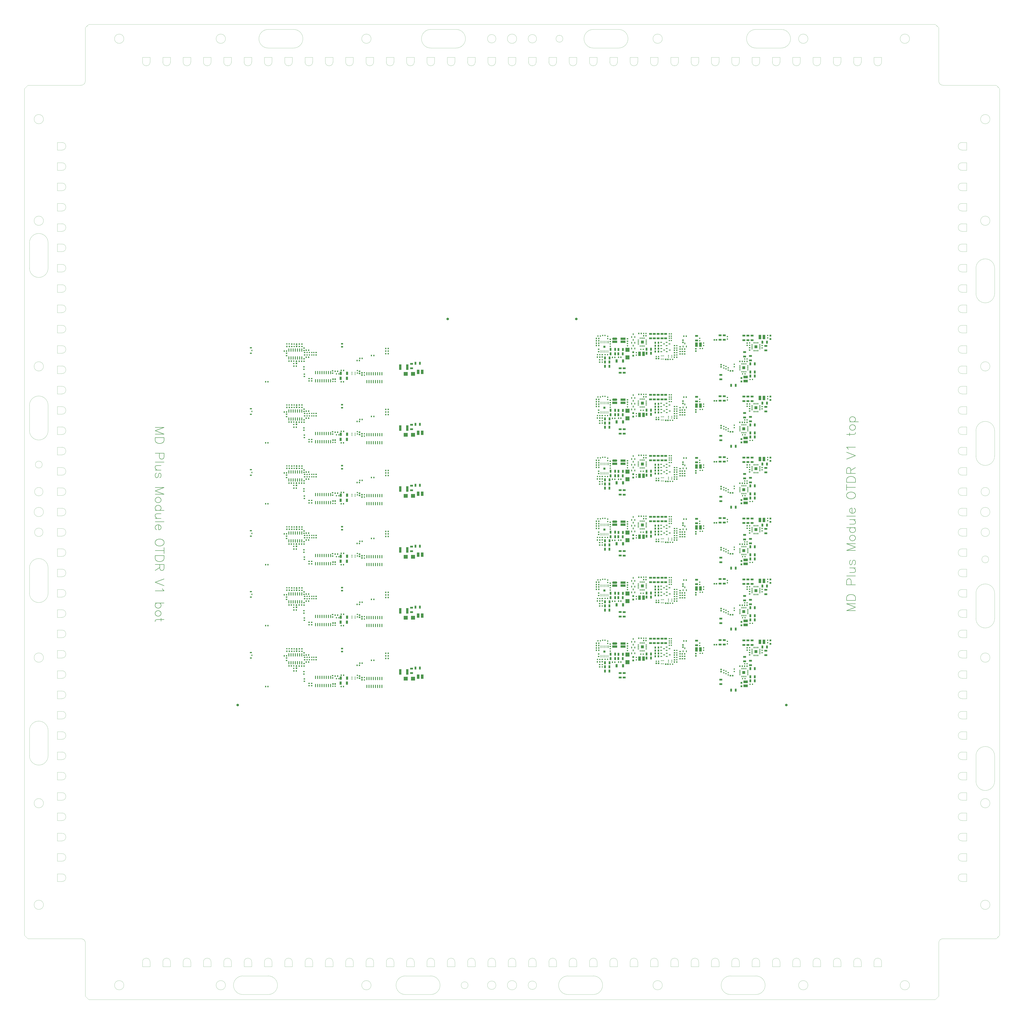
<source format=gbr>
G04 CAM350 V10.0.1 (Build 309) Date:  Wed May 18 19:13:47 2016 *
G04 Database: I:\6_SmartCOM\MD_plus\MD PLUS MODULE OTDR V1\MD_Plus_Module_OTDR_V1-GERBERI\MD Plus Module OTDR V1 paste.cam *
G04 Layer 1: LPKF3.gbr *
%FSLAX25Y25*%
%MOIN*%
%SFA1.000B1.000*%

%MIA0B0*%
%IPPOS*%
%ADD11C,0.01000*%
%ADD17C,0.05906*%
%ADD18R,0.04449X0.06811*%
%ADD21R,0.03071X0.02874*%
%ADD23R,0.06417X0.10157*%
%ADD24R,0.06811X0.04449*%
%ADD25R,0.02874X0.03071*%
%ADD136C,0.00000*%
%ADD153R,0.03071X0.03268*%
%ADD154R,0.03268X0.03071*%
%ADD155R,0.06693X0.06693*%
%ADD156R,0.03268X0.01299*%
%ADD157R,0.01299X0.03268*%
%ADD158R,0.02283X0.04449*%
%ADD159R,0.03268X0.03465*%
%ADD161R,0.03465X0.03268*%
%ADD162R,0.11732X0.05433*%
%ADD163O,0.11732X0.05433*%
%ADD164R,0.03858X0.03858*%
%ADD165R,0.04843X0.07795*%
%ADD166R,0.09764X0.09764*%
%ADD167R,0.05118X0.04724*%
%ADD168R,0.04449X0.02283*%
%ADD169O,0.01693X0.02087*%
%ADD170R,0.01693X0.02087*%
%ADD171R,0.03465X0.04843*%
%ADD172R,0.02087X0.01693*%
%ADD173O,0.02087X0.01693*%
%ADD174R,0.10157X0.06417*%
%ADD175O,0.01102X0.06024*%
%ADD176R,0.01102X0.06024*%
%ADD177R,0.02283X0.07402*%
%ADD178O,0.02283X0.07402*%
%ADD179R,0.09764X0.08976*%
%ADD180R,0.02283X0.03268*%
%ADD181O,0.04843X0.02874*%
%ADD182R,0.04843X0.02874*%
%ADD183R,0.05827X0.12520*%
%ADD184R,0.04843X0.03465*%
%ADD186R,0.02087X0.07598*%
%ADD187O,0.02087X0.07598*%
%LNLPKF3.gbr*%
%LPD*%
G54D17*
X-149606Y448819D03*
X-637795Y-448819D03*
X149606Y448819D03*
X637795Y-448819D03*
G54D18*
X592618Y-313878D03*
X582185D03*
X564567Y-364370D03*
X554134D03*
X509547Y-414075D03*
X519980D03*
X216141Y-369882D03*
X226575D03*
X257874Y-330906D03*
X247441D03*
X257480Y-340945D03*
X247047D03*
X239665Y-330512D03*
X229232D03*
X239665Y-340945D03*
X229232D03*
X216240Y-350492D03*
X226673D03*
X216141Y-360039D03*
X226575D03*
X323228Y-339665D03*
X312795D03*
X323228Y-330315D03*
X312795D03*
X564567Y-383071D03*
X554134D03*
X564567Y-392618D03*
X554134D03*
G54D21*
X581496Y-327217D03*
Y-321705D03*
X492366Y-368307D03*
Y-373819D03*
X445472Y-316043D03*
Y-321555D03*
X436515Y-310433D03*
Y-304921D03*
X365846Y-304528D03*
Y-310039D03*
X502657Y-379035D03*
Y-373524D03*
X365846Y-294390D03*
Y-299902D03*
X370571Y-310039D03*
Y-304528D03*
X382972Y-327461D03*
Y-321949D03*
X497441Y-375886D03*
Y-370374D03*
X500886Y-306398D03*
Y-300886D03*
X209842Y-354724D03*
Y-360236D03*
X594390Y-303839D03*
Y-298327D03*
X228445Y-323425D03*
Y-317913D03*
X222539Y-300098D03*
Y-305610D03*
X268405Y-322343D03*
Y-316831D03*
X289271Y-343799D03*
Y-338287D03*
X382972Y-343701D03*
Y-338189D03*
X552559Y-321209D03*
Y-315697D03*
X370571Y-294390D03*
Y-299902D03*
X516830Y-370768D03*
Y-365256D03*
G54D23*
X576575Y-301969D03*
X585827D03*
X428937Y-319488D03*
X438189D03*
X305708Y-341043D03*
X296456D03*
G54D24*
X558169Y-298622D03*
Y-309055D03*
X548575Y-298622D03*
Y-309055D03*
X540748Y-336811D03*
Y-347244D03*
X538976Y-298622D03*
Y-309055D03*
X493307Y-297736D03*
Y-308169D03*
X251378Y-384843D03*
Y-374409D03*
X485433Y-400197D03*
Y-389764D03*
X260728Y-384941D03*
Y-374508D03*
X322145Y-305020D03*
Y-294587D03*
X330905Y-305020D03*
Y-294587D03*
X339862Y-305020D03*
Y-294587D03*
X348622Y-305020D03*
Y-294587D03*
X357086Y-305020D03*
Y-294587D03*
X589960Y-333024D03*
Y-322591D03*
X483858Y-297736D03*
Y-308169D03*
X554429Y-345866D03*
Y-356299D03*
X429035Y-299311D03*
Y-309744D03*
G54D25*
X536122Y-387500D03*
X541634D03*
X559055Y-400591D03*
X553543D03*
X442815Y-328445D03*
X437303D03*
X204232Y-342815D03*
X198720D03*
X216437Y-342717D03*
X221949D03*
X210728Y-298228D03*
X216240D03*
X205315Y-299508D03*
X199803D03*
X335334Y-347146D03*
X340846D03*
X373425Y-353937D03*
X367913D03*
X306004Y-293406D03*
X311515D03*
X299508Y-330512D03*
X305019D03*
X541043Y-352953D03*
X546555D03*
G54D153*
X395866Y-329921D03*
X401378D03*
X377559Y-332480D03*
X383071D03*
Y-348819D03*
X377559D03*
X405118Y-299902D03*
X399606D03*
X201771Y-316075D03*
X196260D03*
X201771Y-310598D03*
X196260D03*
X201771Y-305118D03*
X196260D03*
X204035Y-348524D03*
X198523D03*
X233563Y-349213D03*
X239075D03*
X196260Y-321555D03*
X201771D03*
X247736Y-348917D03*
X253248D03*
X306004Y-299016D03*
X311515D03*
X294882Y-293504D03*
X300393D03*
X540945Y-358465D03*
X546456D03*
X529921D03*
X535433D03*
G54D154*
X377657Y-327461D03*
Y-321949D03*
X201378Y-330315D03*
Y-335827D03*
X228445Y-312697D03*
Y-307185D03*
X203673Y-354823D03*
Y-360335D03*
X209941Y-348327D03*
Y-342815D03*
X268504Y-306004D03*
Y-311516D03*
X401378Y-341142D03*
Y-335630D03*
X377657Y-343799D03*
Y-338287D03*
X546850Y-321307D03*
Y-315795D03*
X552460Y-332232D03*
Y-326721D03*
X390748Y-341142D03*
Y-335630D03*
Y-330020D03*
Y-324508D03*
X396063Y-335630D03*
Y-341142D03*
G54D155*
X302952Y-313681D03*
X538878Y-373327D03*
G54D156*
X312106Y-308563D03*
Y-311122D03*
Y-313681D03*
Y-316240D03*
Y-318799D03*
X293799D03*
Y-316240D03*
Y-313681D03*
Y-311122D03*
Y-308563D03*
X576279Y-319343D03*
Y-321898D03*
Y-324457D03*
Y-327020D03*
Y-329575D03*
X557972D03*
Y-327020D03*
Y-324457D03*
Y-321898D03*
Y-319343D03*
X529724Y-368209D03*
Y-370768D03*
Y-373327D03*
Y-375886D03*
Y-378445D03*
X548031D03*
Y-375886D03*
Y-373327D03*
Y-370768D03*
Y-368209D03*
G54D157*
X308071Y-322835D03*
X305512D03*
X302952D03*
X300393D03*
X297834D03*
Y-304528D03*
X300393D03*
X302952D03*
X305512D03*
X308071D03*
X562008Y-315307D03*
X564567D03*
X567126D03*
X569685D03*
X572244D03*
Y-333610D03*
X569685D03*
X567126D03*
X564567D03*
X562008D03*
X543996Y-364173D03*
X541437D03*
X538878D03*
X536319D03*
X533760D03*
Y-382480D03*
X536319D03*
X538878D03*
X541437D03*
X543996D03*
G54D158*
X277952Y-315303D03*
X285433D03*
X281693Y-308413D03*
X277952Y-328642D03*
X285433D03*
X281693Y-321752D03*
X277952Y-301969D03*
X285433D03*
X281693Y-295079D03*
X401673Y-316831D03*
X405413Y-323721D03*
X397933D03*
G54D159*
X486023Y-366240D03*
Y-371358D03*
X427559Y-334449D03*
Y-329331D03*
X397342Y-309252D03*
Y-314370D03*
G54D161*
X475590Y-308563D03*
X470472D03*
X340649Y-351969D03*
X335531D03*
X362500Y-353937D03*
X357382D03*
X512992Y-380610D03*
X507874D03*
G54D162*
X238878Y-312992D03*
X258169D03*
Y-305906D03*
G54D163*
X238878D03*
G54D164*
X600787Y-298622D03*
Y-306496D03*
X281890Y-337303D03*
Y-345177D03*
X533563Y-405217D03*
Y-397343D03*
G54D165*
X257972Y-357480D03*
X243208D03*
G54D166*
X268405Y-349114D03*
Y-331398D03*
G54D167*
X214665Y-324409D03*
G54D168*
X353937Y-332185D03*
X347047Y-335925D03*
Y-328445D03*
X366634Y-332185D03*
X359744Y-335925D03*
Y-328445D03*
X359350Y-314272D03*
Y-321752D03*
X366240Y-318012D03*
X346653Y-314272D03*
Y-321752D03*
X353543Y-318012D03*
G54D155*
X567126Y-324457D03*
G54D169*
X347244Y-353051D03*
G54D170*
X349803D03*
X352362D03*
Y-345571D03*
X347244D03*
X349803D03*
G54D171*
X340354Y-322114D03*
X333267D03*
X340354Y-315354D03*
X333267D03*
X340354Y-335630D03*
X333267D03*
X340354Y-328870D03*
X333267D03*
G54D172*
X371358Y-346949D03*
Y-344390D03*
Y-349508D03*
X363878D03*
Y-346949D03*
G54D173*
Y-344390D03*
G54D174*
X543012Y-394882D03*
Y-404134D03*
G54D175*
X223622Y-313386D03*
G54D176*
X221063D03*
X218504D03*
X215945D03*
X213386D03*
X210827D03*
X208267D03*
X205708D03*
X223622Y-335433D03*
X221063D03*
X218504D03*
X215945D03*
X213386D03*
X210827D03*
X208267D03*
X205708D03*
G54D18*
X592618Y-172146D03*
X582185D03*
X564567Y-222638D03*
X554134D03*
X509547Y-272343D03*
X519980D03*
X216141Y-228150D03*
X226575D03*
X257874Y-189173D03*
X247441D03*
X257480Y-199213D03*
X247047D03*
X239665Y-188780D03*
X229232D03*
X239665Y-199213D03*
X229232D03*
X216240Y-208760D03*
X226673D03*
X216141Y-218307D03*
X226575D03*
X323228Y-197933D03*
X312795D03*
X323228Y-188583D03*
X312795D03*
X564567Y-241339D03*
X554134D03*
X564567Y-250886D03*
X554134D03*
G54D21*
X581496Y-185484D03*
Y-179972D03*
X492366Y-226575D03*
Y-232087D03*
X445472Y-174311D03*
Y-179823D03*
X436515Y-168701D03*
Y-163189D03*
X365846Y-162795D03*
Y-168307D03*
X502657Y-237303D03*
Y-231791D03*
X365846Y-152658D03*
Y-158169D03*
X370571Y-168307D03*
Y-162795D03*
X382972Y-185728D03*
Y-180217D03*
X497441Y-234154D03*
Y-228642D03*
X500886Y-164665D03*
Y-159154D03*
X209842Y-212992D03*
Y-218504D03*
X594390Y-162106D03*
Y-156595D03*
X228445Y-181693D03*
Y-176181D03*
X222539Y-158366D03*
Y-163878D03*
X268405Y-180610D03*
Y-175098D03*
X289271Y-202067D03*
Y-196555D03*
X382972Y-201969D03*
Y-196457D03*
X552559Y-179476D03*
Y-173965D03*
X370571Y-152658D03*
Y-158169D03*
X516830Y-229035D03*
Y-223524D03*
G54D23*
X576575Y-160236D03*
X585827D03*
X428937Y-177756D03*
X438189D03*
X305708Y-199311D03*
X296456D03*
G54D24*
X558169Y-156890D03*
Y-167323D03*
X548575Y-156890D03*
Y-167323D03*
X540748Y-195079D03*
Y-205512D03*
X538976Y-156890D03*
Y-167323D03*
X493307Y-156004D03*
Y-166437D03*
X251378Y-243110D03*
Y-232677D03*
X485433Y-258465D03*
Y-248032D03*
X260728Y-243209D03*
Y-232776D03*
X322145Y-163287D03*
Y-152854D03*
X330905Y-163287D03*
Y-152854D03*
X339862Y-163287D03*
Y-152854D03*
X348622Y-163287D03*
Y-152854D03*
X357086Y-163287D03*
Y-152854D03*
X589960Y-191291D03*
Y-180858D03*
X483858Y-156004D03*
Y-166437D03*
X554429Y-204134D03*
Y-214567D03*
X429035Y-157579D03*
Y-168012D03*
G54D25*
X536122Y-245768D03*
X541634D03*
X559055Y-258858D03*
X553543D03*
X442815Y-186713D03*
X437303D03*
X204232Y-201083D03*
X198720D03*
X216437Y-200984D03*
X221949D03*
X210728Y-156496D03*
X216240D03*
X205315Y-157776D03*
X199803D03*
X335334Y-205413D03*
X340846D03*
X373425Y-212205D03*
X367913D03*
X306004Y-151673D03*
X311515D03*
X299508Y-188780D03*
X305019D03*
X541043Y-211221D03*
X546555D03*
G54D153*
X395866Y-188189D03*
X401378D03*
X377559Y-190748D03*
X383071D03*
Y-207087D03*
X377559D03*
X405118Y-158169D03*
X399606D03*
X201771Y-174343D03*
X196260D03*
X201771Y-168866D03*
X196260D03*
X201771Y-163386D03*
X196260D03*
X204035Y-206791D03*
X198523D03*
X233563Y-207480D03*
X239075D03*
X196260Y-179823D03*
X201771D03*
X247736Y-207185D03*
X253248D03*
X306004Y-157283D03*
X311515D03*
X294882Y-151772D03*
X300393D03*
X540945Y-216732D03*
X546456D03*
X529921D03*
X535433D03*
G54D154*
X377657Y-185728D03*
Y-180217D03*
X201378Y-188583D03*
Y-194095D03*
X228445Y-170965D03*
Y-165453D03*
X203673Y-213091D03*
Y-218602D03*
X209941Y-206595D03*
Y-201083D03*
X268504Y-164272D03*
Y-169783D03*
X401378Y-199409D03*
Y-193898D03*
X377657Y-202067D03*
Y-196555D03*
X546850Y-179575D03*
Y-174063D03*
X552460Y-190500D03*
Y-184988D03*
X390748Y-199409D03*
Y-193898D03*
Y-188287D03*
Y-182776D03*
X396063Y-193898D03*
Y-199409D03*
G54D155*
X302952Y-171949D03*
X538878Y-231595D03*
G54D156*
X312106Y-166831D03*
Y-169390D03*
Y-171949D03*
Y-174508D03*
Y-177067D03*
X293799D03*
Y-174508D03*
Y-171949D03*
Y-169390D03*
Y-166831D03*
X576279Y-177610D03*
Y-180165D03*
Y-182724D03*
Y-185287D03*
Y-187843D03*
X557972D03*
Y-185287D03*
Y-182724D03*
Y-180165D03*
Y-177610D03*
X529724Y-226476D03*
Y-229035D03*
Y-231595D03*
Y-234154D03*
Y-236713D03*
X548031D03*
Y-234154D03*
Y-231595D03*
Y-229035D03*
Y-226476D03*
G54D157*
X308071Y-181102D03*
X305512D03*
X302952D03*
X300393D03*
X297834D03*
Y-162795D03*
X300393D03*
X302952D03*
X305512D03*
X308071D03*
X562008Y-173575D03*
X564567D03*
X567126D03*
X569685D03*
X572244D03*
Y-191878D03*
X569685D03*
X567126D03*
X564567D03*
X562008D03*
X543996Y-222441D03*
X541437D03*
X538878D03*
X536319D03*
X533760D03*
Y-240748D03*
X536319D03*
X538878D03*
X541437D03*
X543996D03*
G54D158*
X277952Y-173571D03*
X285433D03*
X281693Y-166681D03*
X277952Y-186909D03*
X285433D03*
X281693Y-180020D03*
X277952Y-160236D03*
X285433D03*
X281693Y-153346D03*
X401673Y-175098D03*
X405413Y-181988D03*
X397933D03*
G54D159*
X486023Y-224508D03*
Y-229626D03*
X427559Y-192717D03*
Y-187598D03*
X397342Y-167520D03*
Y-172638D03*
G54D161*
X475590Y-166831D03*
X470472D03*
X340649Y-210236D03*
X335531D03*
X362500Y-212205D03*
X357382D03*
X512992Y-238878D03*
X507874D03*
G54D162*
X238878Y-171260D03*
X258169D03*
Y-164173D03*
G54D163*
X238878D03*
G54D164*
X600787Y-156890D03*
Y-164764D03*
X281890Y-195571D03*
Y-203445D03*
X533563Y-263484D03*
Y-255610D03*
G54D165*
X257972Y-215748D03*
X243208D03*
G54D166*
X268405Y-207382D03*
Y-189665D03*
G54D167*
X214665Y-182677D03*
G54D168*
X353937Y-190453D03*
X347047Y-194193D03*
Y-186713D03*
X366634Y-190453D03*
X359744Y-194193D03*
Y-186713D03*
X359350Y-172539D03*
Y-180020D03*
X366240Y-176280D03*
X346653Y-172539D03*
Y-180020D03*
X353543Y-176280D03*
G54D155*
X567126Y-182724D03*
G54D169*
X347244Y-211319D03*
G54D170*
X349803D03*
X352362D03*
Y-203839D03*
X347244D03*
X349803D03*
G54D171*
X340354Y-180382D03*
X333267D03*
X340354Y-173622D03*
X333267D03*
X340354Y-193898D03*
X333267D03*
X340354Y-187138D03*
X333267D03*
G54D172*
X371358Y-205217D03*
Y-202658D03*
Y-207776D03*
X363878D03*
Y-205217D03*
G54D173*
Y-202658D03*
G54D174*
X543012Y-253150D03*
Y-262402D03*
G54D175*
X223622Y-171654D03*
G54D176*
X221063D03*
X218504D03*
X215945D03*
X213386D03*
X210827D03*
X208267D03*
X205708D03*
X223622Y-193701D03*
X221063D03*
X218504D03*
X215945D03*
X213386D03*
X210827D03*
X208267D03*
X205708D03*
G54D18*
X592618Y-30413D03*
X582185D03*
X564567Y-80906D03*
X554134D03*
X509547Y-130610D03*
X519980D03*
X216141Y-86417D03*
X226575D03*
X257874Y-47441D03*
X247441D03*
X257480Y-57480D03*
X247047D03*
X239665Y-47047D03*
X229232D03*
X239665Y-57480D03*
X229232D03*
X216240Y-67028D03*
X226673D03*
X216141Y-76575D03*
X226575D03*
X323228Y-56201D03*
X312795D03*
X323228Y-46850D03*
X312795D03*
X564567Y-99606D03*
X554134D03*
X564567Y-109154D03*
X554134D03*
G54D21*
X581496Y-43752D03*
Y-38240D03*
X492366Y-84843D03*
Y-90354D03*
X445472Y-32579D03*
Y-38091D03*
X436515Y-26969D03*
Y-21457D03*
X365846Y-21063D03*
Y-26575D03*
X502657Y-95571D03*
Y-90059D03*
X365846Y-10925D03*
Y-16437D03*
X370571Y-26575D03*
Y-21063D03*
X382972Y-43996D03*
Y-38484D03*
X497441Y-92421D03*
Y-86909D03*
X500886Y-22933D03*
Y-17421D03*
X209842Y-71260D03*
Y-76772D03*
X594390Y-20374D03*
Y-14862D03*
X228445Y-39961D03*
Y-34449D03*
X222539Y-16634D03*
Y-22146D03*
X268405Y-38878D03*
Y-33366D03*
X289271Y-60335D03*
Y-54823D03*
X382972Y-60236D03*
Y-54724D03*
X552559Y-37744D03*
Y-32232D03*
X370571Y-10925D03*
Y-16437D03*
X516830Y-87303D03*
Y-81791D03*
G54D23*
X576575Y-18504D03*
X585827D03*
X428937Y-36024D03*
X438189D03*
X305708Y-57579D03*
X296456D03*
G54D24*
X558169Y-15158D03*
Y-25591D03*
X548575Y-15158D03*
Y-25591D03*
X540748Y-53346D03*
Y-63780D03*
X538976Y-15158D03*
Y-25591D03*
X493307Y-14272D03*
Y-24705D03*
X251378Y-101378D03*
Y-90945D03*
X485433Y-116732D03*
Y-106299D03*
X260728Y-101476D03*
Y-91043D03*
X322145Y-21555D03*
Y-11122D03*
X330905Y-21555D03*
Y-11122D03*
X339862Y-21555D03*
Y-11122D03*
X348622Y-21555D03*
Y-11122D03*
X357086Y-21555D03*
Y-11122D03*
X589960Y-49559D03*
Y-39126D03*
X483858Y-14272D03*
Y-24705D03*
X554429Y-62402D03*
Y-72835D03*
X429035Y-15846D03*
Y-26280D03*
G54D25*
X536122Y-104035D03*
X541634D03*
X559055Y-117126D03*
X553543D03*
X442815Y-44980D03*
X437303D03*
X204232Y-59350D03*
X198720D03*
X216437Y-59252D03*
X221949D03*
X210728Y-14764D03*
X216240D03*
X205315Y-16043D03*
X199803D03*
X335334Y-63681D03*
X340846D03*
X373425Y-70472D03*
X367913D03*
X306004Y-9941D03*
X311515D03*
X299508Y-47047D03*
X305019D03*
X541043Y-69488D03*
X546555D03*
G54D153*
X395866Y-46457D03*
X401378D03*
X377559Y-49016D03*
X383071D03*
Y-65354D03*
X377559D03*
X405118Y-16437D03*
X399606D03*
X201771Y-32610D03*
X196260D03*
X201771Y-27134D03*
X196260D03*
X201771Y-21654D03*
X196260D03*
X204035Y-65059D03*
X198523D03*
X233563Y-65748D03*
X239075D03*
X196260Y-38091D03*
X201771D03*
X247736Y-65453D03*
X253248D03*
X306004Y-15551D03*
X311515D03*
X294882Y-10039D03*
X300393D03*
X540945Y-75000D03*
X546456D03*
X529921D03*
X535433D03*
G54D154*
X377657Y-43996D03*
Y-38484D03*
X201378Y-46850D03*
Y-52362D03*
X228445Y-29232D03*
Y-23721D03*
X203673Y-71358D03*
Y-76870D03*
X209941Y-64862D03*
Y-59350D03*
X268504Y-22539D03*
Y-28051D03*
X401378Y-57677D03*
Y-52165D03*
X377657Y-60335D03*
Y-54823D03*
X546850Y-37843D03*
Y-32331D03*
X552460Y-48768D03*
Y-43256D03*
X390748Y-57677D03*
Y-52165D03*
Y-46555D03*
Y-41043D03*
X396063Y-52165D03*
Y-57677D03*
G54D155*
X302952Y-30217D03*
X538878Y-89862D03*
G54D156*
X312106Y-25098D03*
Y-27658D03*
Y-30217D03*
Y-32776D03*
Y-35335D03*
X293799D03*
Y-32776D03*
Y-30217D03*
Y-27658D03*
Y-25098D03*
X576279Y-35878D03*
Y-38433D03*
Y-40992D03*
Y-43555D03*
Y-46110D03*
X557972D03*
Y-43555D03*
Y-40992D03*
Y-38433D03*
Y-35878D03*
X529724Y-84744D03*
Y-87303D03*
Y-89862D03*
Y-92421D03*
Y-94980D03*
X548031D03*
Y-92421D03*
Y-89862D03*
Y-87303D03*
Y-84744D03*
G54D157*
X308071Y-39370D03*
X305512D03*
X302952D03*
X300393D03*
X297834D03*
Y-21063D03*
X300393D03*
X302952D03*
X305512D03*
X308071D03*
X562008Y-31843D03*
X564567D03*
X567126D03*
X569685D03*
X572244D03*
Y-50146D03*
X569685D03*
X567126D03*
X564567D03*
X562008D03*
X543996Y-80709D03*
X541437D03*
X538878D03*
X536319D03*
X533760D03*
Y-99016D03*
X536319D03*
X538878D03*
X541437D03*
X543996D03*
G54D158*
X277952Y-31839D03*
X285433D03*
X281693Y-24949D03*
X277952Y-45177D03*
X285433D03*
X281693Y-38287D03*
X277952Y-18504D03*
X285433D03*
X281693Y-11614D03*
X401673Y-33366D03*
X405413Y-40256D03*
X397933D03*
G54D159*
X486023Y-82776D03*
Y-87894D03*
X427559Y-50984D03*
Y-45866D03*
X397342Y-25787D03*
Y-30906D03*
G54D161*
X475590Y-25098D03*
X470472D03*
X340649Y-68504D03*
X335531D03*
X362500Y-70472D03*
X357382D03*
X512992Y-97146D03*
X507874D03*
G54D162*
X238878Y-29528D03*
X258169D03*
Y-22441D03*
G54D163*
X238878D03*
G54D164*
X600787Y-15158D03*
Y-23032D03*
X281890Y-53839D03*
Y-61713D03*
X533563Y-121752D03*
Y-113878D03*
G54D165*
X257972Y-74016D03*
X243208D03*
G54D166*
X268405Y-65650D03*
Y-47933D03*
G54D167*
X214665Y-40945D03*
G54D168*
X353937Y-48721D03*
X347047Y-52461D03*
Y-44980D03*
X366634Y-48721D03*
X359744Y-52461D03*
Y-44980D03*
X359350Y-30807D03*
Y-38287D03*
X366240Y-34547D03*
X346653Y-30807D03*
Y-38287D03*
X353543Y-34547D03*
G54D155*
X567126Y-40992D03*
G54D169*
X347244Y-69587D03*
G54D170*
X349803D03*
X352362D03*
Y-62106D03*
X347244D03*
X349803D03*
G54D171*
X340354Y-38650D03*
X333267D03*
X340354Y-31890D03*
X333267D03*
X340354Y-52165D03*
X333267D03*
X340354Y-45406D03*
X333267D03*
G54D172*
X371358Y-63484D03*
Y-60925D03*
Y-66043D03*
X363878D03*
Y-63484D03*
G54D173*
Y-60925D03*
G54D174*
X543012Y-111417D03*
Y-120669D03*
G54D175*
X223622Y-29921D03*
G54D176*
X221063D03*
X218504D03*
X215945D03*
X213386D03*
X210827D03*
X208267D03*
X205708D03*
X223622Y-51969D03*
X221063D03*
X218504D03*
X215945D03*
X213386D03*
X210827D03*
X208267D03*
X205708D03*
G54D18*
X592618Y111319D03*
X582185D03*
X564567Y60827D03*
X554134D03*
X509547Y11122D03*
X519980D03*
X216141Y55315D03*
X226575D03*
X257874Y94291D03*
X247441D03*
X257480Y84252D03*
X247047D03*
X239665Y94685D03*
X229232D03*
X239665Y84252D03*
X229232D03*
X216240Y74705D03*
X226673D03*
X216141Y65157D03*
X226575D03*
X323228Y85531D03*
X312795D03*
X323228Y94882D03*
X312795D03*
X564567Y42126D03*
X554134D03*
X564567Y32579D03*
X554134D03*
G54D21*
X581496Y97980D03*
Y103492D03*
X492366Y56890D03*
Y51378D03*
X445472Y109154D03*
Y103642D03*
X436515Y114764D03*
Y120276D03*
X365846Y120669D03*
Y115157D03*
X502657Y46161D03*
Y51673D03*
X365846Y130807D03*
Y125295D03*
X370571Y115157D03*
Y120669D03*
X382972Y97736D03*
Y103248D03*
X497441Y49311D03*
Y54823D03*
X500886Y118799D03*
Y124311D03*
X209842Y70472D03*
Y64961D03*
X594390Y121358D03*
Y126870D03*
X228445Y101772D03*
Y107283D03*
X222539Y125098D03*
Y119587D03*
X268405Y102854D03*
Y108366D03*
X289271Y81398D03*
Y86909D03*
X382972Y81496D03*
Y87008D03*
X552559Y103988D03*
Y109500D03*
X370571Y130807D03*
Y125295D03*
X516830Y54429D03*
Y59941D03*
G54D23*
X576575Y123228D03*
X585827D03*
X428937Y105709D03*
X438189D03*
X305708Y84154D03*
X296456D03*
G54D24*
X558169Y126575D03*
Y116142D03*
X548575Y126575D03*
Y116142D03*
X540748Y88386D03*
Y77953D03*
X538976Y126575D03*
Y116142D03*
X493307Y127461D03*
Y117028D03*
X251378Y40354D03*
Y50787D03*
X485433Y25000D03*
Y35433D03*
X260728Y40256D03*
Y50689D03*
X322145Y120177D03*
Y130610D03*
X330905Y120177D03*
Y130610D03*
X339862Y120177D03*
Y130610D03*
X348622Y120177D03*
Y130610D03*
X357086Y120177D03*
Y130610D03*
X589960Y92173D03*
Y102606D03*
X483858Y127461D03*
Y117028D03*
X554429Y79331D03*
Y68898D03*
X429035Y125886D03*
Y115453D03*
G54D25*
X536122Y37697D03*
X541634D03*
X559055Y24606D03*
X553543D03*
X442815Y96752D03*
X437303D03*
X204232Y82382D03*
X198720D03*
X216437Y82480D03*
X221949D03*
X210728Y126968D03*
X216240D03*
X205315Y125689D03*
X199803D03*
X335334Y78051D03*
X340846D03*
X373425Y71260D03*
X367913D03*
X306004Y131791D03*
X311515D03*
X299508Y94685D03*
X305019D03*
X541043Y72244D03*
X546555D03*
G54D153*
X395866Y95276D03*
X401378D03*
X377559Y92717D03*
X383071D03*
Y76378D03*
X377559D03*
X405118Y125295D03*
X399606D03*
X201771Y109122D03*
X196260D03*
X201771Y114598D03*
X196260D03*
X201771Y120079D03*
X196260D03*
X204035Y76673D03*
X198523D03*
X233563Y75984D03*
X239075D03*
X196260Y103642D03*
X201771D03*
X247736Y76279D03*
X253248D03*
X306004Y126181D03*
X311515D03*
X294882Y131693D03*
X300393D03*
X540945Y66732D03*
X546456D03*
X529921D03*
X535433D03*
G54D154*
X377657Y97736D03*
Y103248D03*
X201378Y94882D03*
Y89370D03*
X228445Y112500D03*
Y118012D03*
X203673Y70374D03*
Y64862D03*
X209941Y76870D03*
Y82382D03*
X268504Y119193D03*
Y113681D03*
X401378Y84055D03*
Y89567D03*
X377657Y81398D03*
Y86909D03*
X546850Y103890D03*
Y109402D03*
X552460Y92965D03*
Y98476D03*
X390748Y84055D03*
Y89567D03*
Y95177D03*
Y100689D03*
X396063Y89567D03*
Y84055D03*
G54D155*
X302952Y111516D03*
X538878Y51870D03*
G54D156*
X312106Y116634D03*
Y114075D03*
Y111516D03*
Y108957D03*
Y106398D03*
X293799D03*
Y108957D03*
Y111516D03*
Y114075D03*
Y116634D03*
X576279Y105854D03*
Y103299D03*
Y100740D03*
Y98177D03*
Y95622D03*
X557972D03*
Y98177D03*
Y100740D03*
Y103299D03*
Y105854D03*
X529724Y56988D03*
Y54429D03*
Y51870D03*
Y49311D03*
Y46752D03*
X548031D03*
Y49311D03*
Y51870D03*
Y54429D03*
Y56988D03*
G54D157*
X308071Y102362D03*
X305512D03*
X302952D03*
X300393D03*
X297834D03*
Y120669D03*
X300393D03*
X302952D03*
X305512D03*
X308071D03*
X562008Y109890D03*
X564567D03*
X567126D03*
X569685D03*
X572244D03*
Y91587D03*
X569685D03*
X567126D03*
X564567D03*
X562008D03*
X543996Y61024D03*
X541437D03*
X538878D03*
X536319D03*
X533760D03*
Y42717D03*
X536319D03*
X538878D03*
X541437D03*
X543996D03*
G54D158*
X277952Y109894D03*
X285433D03*
X281693Y116783D03*
X277952Y96555D03*
X285433D03*
X281693Y103445D03*
X277952Y123228D03*
X285433D03*
X281693Y130118D03*
X401673Y108366D03*
X405413Y101476D03*
X397933D03*
G54D159*
X486023Y58957D03*
Y53839D03*
X427559Y90748D03*
Y95866D03*
X397342Y115945D03*
Y110827D03*
G54D161*
X475590Y116634D03*
X470472D03*
X340649Y73228D03*
X335531D03*
X362500Y71260D03*
X357382D03*
X512992Y44587D03*
X507874D03*
G54D162*
X238878Y112205D03*
X258169D03*
Y119291D03*
G54D163*
X238878D03*
G54D164*
X600787Y126575D03*
Y118701D03*
X281890Y87894D03*
Y80020D03*
X533563Y19980D03*
Y27854D03*
G54D165*
X257972Y67717D03*
X243208D03*
G54D166*
X268405Y76083D03*
Y93799D03*
G54D167*
X214665Y100787D03*
G54D168*
X353937Y93012D03*
X347047Y89272D03*
Y96752D03*
X366634Y93012D03*
X359744Y89272D03*
Y96752D03*
X359350Y110925D03*
Y103445D03*
X366240Y107185D03*
X346653Y110925D03*
Y103445D03*
X353543Y107185D03*
G54D155*
X567126Y100740D03*
G54D169*
X347244Y72146D03*
G54D170*
X349803D03*
X352362D03*
Y79626D03*
X347244D03*
X349803D03*
G54D171*
X340354Y103083D03*
X333267D03*
X340354Y109842D03*
X333267D03*
X340354Y89567D03*
X333267D03*
X340354Y96327D03*
X333267D03*
G54D172*
X371358Y78248D03*
Y80807D03*
Y75689D03*
X363878D03*
Y78248D03*
G54D173*
Y80807D03*
G54D174*
X543012Y30315D03*
Y21063D03*
G54D175*
X223622Y111811D03*
G54D176*
X221063D03*
X218504D03*
X215945D03*
X213386D03*
X210827D03*
X208267D03*
X205708D03*
X223622Y89764D03*
X221063D03*
X218504D03*
X215945D03*
X213386D03*
X210827D03*
X208267D03*
X205708D03*
G54D18*
X592618Y253051D03*
X582185D03*
X564567Y202559D03*
X554134D03*
X509547Y152854D03*
X519980D03*
X216141Y197047D03*
X226575D03*
X257874Y236024D03*
X247441D03*
X257480Y225984D03*
X247047D03*
X239665Y236417D03*
X229232D03*
X239665Y225984D03*
X229232D03*
X216240Y216437D03*
X226673D03*
X216141Y206890D03*
X226575D03*
X323228Y227264D03*
X312795D03*
X323228Y236614D03*
X312795D03*
X564567Y183858D03*
X554134D03*
X564567Y174311D03*
X554134D03*
G54D21*
X581496Y239713D03*
Y245224D03*
X492366Y198622D03*
Y193110D03*
X445472Y250886D03*
Y245374D03*
X436515Y256496D03*
Y262008D03*
X365846Y262402D03*
Y256890D03*
X502657Y187894D03*
Y193405D03*
X365846Y272539D03*
Y267028D03*
X370571Y256890D03*
Y262402D03*
X382972Y239468D03*
Y244980D03*
X497441Y191043D03*
Y196555D03*
X500886Y260531D03*
Y266043D03*
X209842Y212205D03*
Y206693D03*
X594390Y263091D03*
Y268602D03*
X228445Y243504D03*
Y249016D03*
X222539Y266831D03*
Y261319D03*
X268405Y244587D03*
Y250098D03*
X289271Y223130D03*
Y228642D03*
X382972Y223228D03*
Y228740D03*
X552559Y245720D03*
Y251232D03*
X370571Y272539D03*
Y267028D03*
X516830Y196161D03*
Y201673D03*
G54D23*
X576575Y264961D03*
X585827D03*
X428937Y247441D03*
X438189D03*
X305708Y225886D03*
X296456D03*
G54D24*
X558169Y268307D03*
Y257874D03*
X548575Y268307D03*
Y257874D03*
X540748Y230118D03*
Y219685D03*
X538976Y268307D03*
Y257874D03*
X493307Y269193D03*
Y258760D03*
X251378Y182087D03*
Y192520D03*
X485433Y166732D03*
Y177165D03*
X260728Y181988D03*
Y192421D03*
X322145Y261909D03*
Y272342D03*
X330905Y261909D03*
Y272342D03*
X339862Y261909D03*
Y272342D03*
X348622Y261909D03*
Y272342D03*
X357086Y261909D03*
Y272342D03*
X589960Y233905D03*
Y244339D03*
X483858Y269193D03*
Y258760D03*
X554429Y221063D03*
Y210630D03*
X429035Y267618D03*
Y257185D03*
G54D25*
X536122Y179429D03*
X541634D03*
X559055Y166339D03*
X553543D03*
X442815Y238484D03*
X437303D03*
X204232Y224114D03*
X198720D03*
X216437Y224213D03*
X221949D03*
X210728Y268701D03*
X216240D03*
X205315Y267421D03*
X199803D03*
X335334Y219783D03*
X340846D03*
X373425Y212992D03*
X367913D03*
X306004Y273524D03*
X311515D03*
X299508Y236417D03*
X305019D03*
X541043Y213976D03*
X546555D03*
G54D153*
X395866Y237008D03*
X401378D03*
X377559Y234449D03*
X383071D03*
Y218110D03*
X377559D03*
X405118Y267028D03*
X399606D03*
X201771Y250854D03*
X196260D03*
X201771Y256331D03*
X196260D03*
X201771Y261811D03*
X196260D03*
X204035Y218405D03*
X198523D03*
X233563Y217717D03*
X239075D03*
X196260Y245374D03*
X201771D03*
X247736Y218012D03*
X253248D03*
X306004Y267913D03*
X311515D03*
X294882Y273425D03*
X300393D03*
X540945Y208465D03*
X546456D03*
X529921D03*
X535433D03*
G54D154*
X377657Y239468D03*
Y244980D03*
X201378Y236614D03*
Y231102D03*
X228445Y254232D03*
Y259744D03*
X203673Y212106D03*
Y206594D03*
X209941Y218602D03*
Y224114D03*
X268504Y260925D03*
Y255413D03*
X401378Y225787D03*
Y231299D03*
X377657Y223130D03*
Y228642D03*
X546850Y245622D03*
Y251134D03*
X552460Y234697D03*
Y240209D03*
X390748Y225787D03*
Y231299D03*
Y236909D03*
Y242421D03*
X396063Y231299D03*
Y225787D03*
G54D155*
X302952Y253248D03*
X538878Y193602D03*
G54D156*
X312106Y258366D03*
Y255807D03*
Y253248D03*
Y250689D03*
Y248130D03*
X293799D03*
Y250689D03*
Y253248D03*
Y255807D03*
Y258366D03*
X576279Y247587D03*
Y245031D03*
Y242472D03*
Y239909D03*
Y237354D03*
X557972D03*
Y239909D03*
Y242472D03*
Y245031D03*
Y247587D03*
X529724Y198720D03*
Y196161D03*
Y193602D03*
Y191043D03*
Y188484D03*
X548031D03*
Y191043D03*
Y193602D03*
Y196161D03*
Y198720D03*
G54D157*
X308071Y244094D03*
X305512D03*
X302952D03*
X300393D03*
X297834D03*
Y262402D03*
X300393D03*
X302952D03*
X305512D03*
X308071D03*
X562008Y251622D03*
X564567D03*
X567126D03*
X569685D03*
X572244D03*
Y233319D03*
X569685D03*
X567126D03*
X564567D03*
X562008D03*
X543996Y202756D03*
X541437D03*
X538878D03*
X536319D03*
X533760D03*
Y184449D03*
X536319D03*
X538878D03*
X541437D03*
X543996D03*
G54D158*
X277952Y251626D03*
X285433D03*
X281693Y258516D03*
X277952Y238287D03*
X285433D03*
X281693Y245177D03*
X277952Y264961D03*
X285433D03*
X281693Y271850D03*
X401673Y250098D03*
X405413Y243209D03*
X397933D03*
G54D159*
X486023Y200689D03*
Y195571D03*
X427559Y232480D03*
Y237598D03*
X397342Y257677D03*
Y252559D03*
G54D161*
X475590Y258366D03*
X470472D03*
X340649Y214961D03*
X335531D03*
X362500Y212992D03*
X357382D03*
X512992Y186319D03*
X507874D03*
G54D162*
X238878Y253937D03*
X258169D03*
Y261024D03*
G54D163*
X238878D03*
G54D164*
X600787Y268307D03*
Y260433D03*
X281890Y229626D03*
Y221752D03*
X533563Y161713D03*
Y169587D03*
G54D165*
X257972Y209449D03*
X243208D03*
G54D166*
X268405Y217815D03*
Y235531D03*
G54D167*
X214665Y242520D03*
G54D168*
X353937Y234744D03*
X347047Y231004D03*
Y238484D03*
X366634Y234744D03*
X359744Y231004D03*
Y238484D03*
X359350Y252657D03*
Y245177D03*
X366240Y248917D03*
X346653Y252657D03*
Y245177D03*
X353543Y248917D03*
G54D155*
X567126Y242472D03*
G54D169*
X347244Y213878D03*
G54D170*
X349803D03*
X352362D03*
Y221358D03*
X347244D03*
X349803D03*
G54D171*
X340354Y244815D03*
X333267D03*
X340354Y251575D03*
X333267D03*
X340354Y231299D03*
X333267D03*
X340354Y238059D03*
X333267D03*
G54D172*
X371358Y219980D03*
Y222539D03*
Y217421D03*
X363878D03*
Y219980D03*
G54D173*
Y222539D03*
G54D174*
X543012Y172047D03*
Y162795D03*
G54D175*
X223622Y253543D03*
G54D176*
X221063D03*
X218504D03*
X215945D03*
X213386D03*
X210827D03*
X208267D03*
X205708D03*
X223622Y231496D03*
X221063D03*
X218504D03*
X215945D03*
X213386D03*
X210827D03*
X208267D03*
X205708D03*
G54D18*
X592618Y394783D03*
X582185D03*
X564567Y344291D03*
X554134D03*
X509547Y294587D03*
X519980D03*
X216141Y338779D03*
X226575D03*
X257874Y377756D03*
X247441D03*
X257480Y367717D03*
X247047D03*
X239665Y378150D03*
X229232D03*
X239665Y367717D03*
X229232D03*
X216240Y358169D03*
X226673D03*
X216141Y348622D03*
X226575D03*
X323228Y368996D03*
X312795D03*
X323228Y378346D03*
X312795D03*
X564567Y325591D03*
X554134D03*
X564567Y316043D03*
X554134D03*
G54D21*
X581496Y381445D03*
Y386957D03*
X492366Y340354D03*
Y334842D03*
X445472Y392618D03*
Y387106D03*
X436515Y398228D03*
Y403740D03*
X365846Y404134D03*
Y398622D03*
X502657Y329626D03*
Y335138D03*
X365846Y414272D03*
Y408760D03*
X370571Y398622D03*
Y404134D03*
X382972Y381201D03*
Y386713D03*
X497441Y332776D03*
Y338287D03*
X500886Y402264D03*
Y407776D03*
X209842Y353937D03*
Y348425D03*
X594390Y404823D03*
Y410335D03*
X228445Y385236D03*
Y390748D03*
X222539Y408563D03*
Y403051D03*
X268405Y386319D03*
Y391831D03*
X289271Y364862D03*
Y370374D03*
X382972Y364961D03*
Y370472D03*
X552559Y387453D03*
Y392965D03*
X370571Y414272D03*
Y408760D03*
X516830Y337894D03*
Y343405D03*
G54D23*
X576575Y406693D03*
X585827D03*
X428937Y389173D03*
X438189D03*
X305708Y367618D03*
X296456D03*
G54D24*
X558169Y410039D03*
Y399606D03*
X548575Y410039D03*
Y399606D03*
X540748Y371850D03*
Y361417D03*
X538976Y410039D03*
Y399606D03*
X493307Y410925D03*
Y400492D03*
X251378Y323819D03*
Y334252D03*
X485433Y308465D03*
Y318898D03*
X260728Y323720D03*
Y334154D03*
X322145Y403642D03*
Y414075D03*
X330905Y403642D03*
Y414075D03*
X339862Y403642D03*
Y414075D03*
X348622Y403642D03*
Y414075D03*
X357086Y403642D03*
Y414075D03*
X589960Y375638D03*
Y386071D03*
X483858Y410925D03*
Y400492D03*
X554429Y362795D03*
Y352362D03*
X429035Y409350D03*
Y398917D03*
G54D25*
X536122Y321161D03*
X541634D03*
X559055Y308071D03*
X553543D03*
X442815Y380217D03*
X437303D03*
X204232Y365846D03*
X198720D03*
X216437Y365945D03*
X221949D03*
X210728Y410433D03*
X216240D03*
X205315Y409154D03*
X199803D03*
X335334Y361516D03*
X340846D03*
X373425Y354724D03*
X367913D03*
X306004Y415256D03*
X311515D03*
X299508Y378150D03*
X305019D03*
X541043Y355709D03*
X546555D03*
G54D153*
X395866Y378740D03*
X401378D03*
X377559Y376181D03*
X383071D03*
Y359842D03*
X377559D03*
X405118Y408760D03*
X399606D03*
X201771Y392587D03*
X196260D03*
X201771Y398063D03*
X196260D03*
X201771Y403543D03*
X196260D03*
X204035Y360138D03*
X198523D03*
X233563Y359449D03*
X239075D03*
X196260Y387106D03*
X201771D03*
X247736Y359744D03*
X253248D03*
X306004Y409646D03*
X311515D03*
X294882Y415157D03*
X300393D03*
X540945Y350197D03*
X546456D03*
X529921D03*
X535433D03*
G54D154*
X377657Y381201D03*
Y386713D03*
X201378Y378346D03*
Y372835D03*
X228445Y395965D03*
Y401476D03*
X203673Y353839D03*
Y348327D03*
X209941Y360335D03*
Y365846D03*
X268504Y402657D03*
Y397146D03*
X401378Y367520D03*
Y373031D03*
X377657Y364862D03*
Y370374D03*
X546850Y387354D03*
Y392866D03*
X552460Y376429D03*
Y381941D03*
X390748Y367520D03*
Y373031D03*
Y378642D03*
Y384154D03*
X396063Y373031D03*
Y367520D03*
G54D155*
X302952Y394980D03*
X538878Y335335D03*
G54D156*
X312106Y400098D03*
Y397539D03*
Y394980D03*
Y392421D03*
Y389862D03*
X293799D03*
Y392421D03*
Y394980D03*
Y397539D03*
Y400098D03*
X576279Y389319D03*
Y386764D03*
Y384205D03*
Y381642D03*
Y379087D03*
X557972D03*
Y381642D03*
Y384205D03*
Y386764D03*
Y389319D03*
X529724Y340453D03*
Y337894D03*
Y335335D03*
Y332776D03*
Y330217D03*
X548031D03*
Y332776D03*
Y335335D03*
Y337894D03*
Y340453D03*
G54D157*
X308071Y385827D03*
X305512D03*
X302952D03*
X300393D03*
X297834D03*
Y404134D03*
X300393D03*
X302952D03*
X305512D03*
X308071D03*
X562008Y393354D03*
X564567D03*
X567126D03*
X569685D03*
X572244D03*
Y375051D03*
X569685D03*
X567126D03*
X564567D03*
X562008D03*
X543996Y344488D03*
X541437D03*
X538878D03*
X536319D03*
X533760D03*
Y326181D03*
X536319D03*
X538878D03*
X541437D03*
X543996D03*
G54D158*
X277952Y393358D03*
X285433D03*
X281693Y400248D03*
X277952Y380020D03*
X285433D03*
X281693Y386909D03*
X277952Y406693D03*
X285433D03*
X281693Y413583D03*
X401673Y391831D03*
X405413Y384941D03*
X397933D03*
G54D159*
X486023Y342421D03*
Y337303D03*
X427559Y374213D03*
Y379331D03*
X397342Y399409D03*
Y394291D03*
G54D161*
X475590Y400098D03*
X470472D03*
X340649Y356693D03*
X335531D03*
X362500Y354724D03*
X357382D03*
X512992Y328051D03*
X507874D03*
G54D162*
X238878Y395669D03*
X258169D03*
Y402756D03*
G54D163*
X238878D03*
G54D164*
X600787Y410039D03*
Y402165D03*
X281890Y371358D03*
Y363484D03*
X533563Y303445D03*
Y311319D03*
G54D165*
X257972Y351181D03*
X243208D03*
G54D166*
X268405Y359547D03*
Y377264D03*
G54D167*
X214665Y384252D03*
G54D168*
X353937Y376476D03*
X347047Y372736D03*
Y380217D03*
X366634Y376476D03*
X359744Y372736D03*
Y380217D03*
X359350Y394390D03*
Y386909D03*
X366240Y390650D03*
X346653Y394390D03*
Y386909D03*
X353543Y390650D03*
G54D155*
X567126Y384205D03*
G54D169*
X347244Y355610D03*
G54D170*
X349803D03*
X352362D03*
Y363091D03*
X347244D03*
X349803D03*
G54D171*
X340354Y386547D03*
X333267D03*
X340354Y393307D03*
X333267D03*
X340354Y373031D03*
X333267D03*
X340354Y379791D03*
X333267D03*
G54D172*
X371358Y361713D03*
Y364272D03*
Y359154D03*
X363878D03*
Y361713D03*
G54D173*
Y364272D03*
G54D174*
X543012Y313779D03*
Y304528D03*
G54D175*
X223622Y395276D03*
G54D176*
X221063D03*
X218504D03*
X215945D03*
X213386D03*
X210827D03*
X208267D03*
X205708D03*
X223622Y373228D03*
X221063D03*
X218504D03*
X215945D03*
X213386D03*
X210827D03*
X208267D03*
X205708D03*
G54D18*
X-214271Y-362992D03*
X-224704D03*
G54D21*
X-476476Y-337992D03*
Y-343504D03*
X-507578Y-357972D03*
Y-363484D03*
X-506594Y-323721D03*
Y-318209D03*
X-343208Y-385039D03*
Y-390551D03*
X-359449Y-380020D03*
Y-385532D03*
X-461023Y-343406D03*
Y-337894D03*
G54D23*
X-208956Y-382776D03*
X-218208D03*
G54D24*
X-233464Y-364173D03*
Y-374606D03*
G54D25*
X-471063Y-343406D03*
X-465551D03*
X-402559Y-387500D03*
X-408071D03*
X-411122Y-405315D03*
X-416634D03*
X-523622Y-318012D03*
X-518110D03*
X-471063Y-337894D03*
X-465551D03*
G54D153*
X-287893Y-340453D03*
X-293405D03*
X-287893Y-334496D03*
X-293405D03*
X-287893Y-328642D03*
X-293405D03*
X-326870Y-344980D03*
X-321358D03*
X-354035Y-351673D03*
X-348523D03*
X-354842Y-356595D03*
X-360354D03*
X-473031Y-332579D03*
X-478543D03*
Y-348819D03*
X-473031D03*
X-523425Y-323721D03*
X-517913D03*
X-567519Y-406004D03*
X-573031D03*
X-529626Y-334449D03*
X-524114D03*
X-501673Y-369685D03*
X-507185D03*
X-411220Y-381496D03*
X-405708D03*
X-397244Y-406004D03*
X-391732D03*
X-391571Y-379626D03*
X-397082D03*
X-513090Y-357972D03*
X-518602D03*
X-489370Y-358071D03*
X-494882D03*
G54D154*
X-417126Y-385925D03*
Y-380413D03*
X-483661Y-327658D03*
Y-333169D03*
X-482086Y-343406D03*
Y-337894D03*
X-483661Y-352658D03*
Y-358169D03*
X-488484Y-323819D03*
Y-318307D03*
X-494618D03*
Y-323819D03*
X-512204D03*
Y-318307D03*
X-471752Y-398425D03*
Y-403937D03*
X-465748Y-398425D03*
Y-403937D03*
X-482972Y-393701D03*
Y-388189D03*
X-524212Y-339567D03*
Y-345079D03*
X-483858Y-376870D03*
Y-371358D03*
X-455413Y-343406D03*
Y-337894D03*
G54D159*
X-354429Y-381595D03*
Y-386713D03*
X-349015Y-390354D03*
Y-385236D03*
X-501181Y-363287D03*
Y-358169D03*
X-500752Y-323622D03*
Y-318504D03*
G54D161*
X-416338Y-399902D03*
X-411220D03*
G54D165*
X-398622Y-398032D03*
X-383858D03*
X-383464Y-386221D03*
X-398228D03*
G54D172*
X-364862Y-386516D03*
Y-383957D03*
Y-389075D03*
X-372342D03*
Y-386516D03*
G54D173*
Y-383957D03*
G54D177*
X-488838Y-332185D03*
X-493838D03*
X-498838D03*
X-503838D03*
X-508838D03*
X-513838D03*
X-518838D03*
X-488838Y-350689D03*
X-493838D03*
X-498838D03*
X-503838D03*
X-508838D03*
X-513838D03*
X-332578Y-405709D03*
X-327578D03*
X-322578D03*
X-317578D03*
X-312578D03*
X-307578D03*
X-302578D03*
X-337578Y-387205D03*
X-332578D03*
X-327578D03*
X-322578D03*
X-317578D03*
X-312578D03*
X-307578D03*
X-302578D03*
G54D178*
X-518838Y-350689D03*
X-337578Y-405709D03*
G54D179*
X-230216Y-387598D03*
X-247145D03*
G54D180*
X-604921Y-333268D03*
G54D181*
X-607086Y-339665D03*
G54D182*
Y-326870D03*
G54D183*
X-243405Y-371752D03*
X-259941D03*
G54D184*
X-395078Y-324606D03*
Y-317520D03*
G54D186*
X-456870Y-403543D03*
X-451870D03*
X-446870D03*
X-441870D03*
X-436870D03*
X-431870D03*
X-426870D03*
X-421870D03*
X-456870Y-384646D03*
X-451870D03*
X-446870D03*
X-441870D03*
X-436870D03*
X-431870D03*
X-426870D03*
G54D187*
X-421870D03*
G54D18*
X-214271Y-221260D03*
X-224704D03*
G54D21*
X-476476Y-196260D03*
Y-201772D03*
X-507578Y-216240D03*
Y-221752D03*
X-506594Y-181988D03*
Y-176476D03*
X-343208Y-243307D03*
Y-248819D03*
X-359449Y-238287D03*
Y-243799D03*
X-461023Y-201673D03*
Y-196161D03*
G54D23*
X-208956Y-241043D03*
X-218208D03*
G54D24*
X-233464Y-222441D03*
Y-232874D03*
G54D25*
X-471063Y-201673D03*
X-465551D03*
X-402559Y-245768D03*
X-408071D03*
X-411122Y-263583D03*
X-416634D03*
X-523622Y-176280D03*
X-518110D03*
X-471063Y-196161D03*
X-465551D03*
G54D153*
X-287893Y-198721D03*
X-293405D03*
X-287893Y-192764D03*
X-293405D03*
X-287893Y-186909D03*
X-293405D03*
X-326870Y-203248D03*
X-321358D03*
X-354035Y-209941D03*
X-348523D03*
X-354842Y-214862D03*
X-360354D03*
X-473031Y-190846D03*
X-478543D03*
Y-207087D03*
X-473031D03*
X-523425Y-181988D03*
X-517913D03*
X-567519Y-264272D03*
X-573031D03*
X-529626Y-192717D03*
X-524114D03*
X-501673Y-227953D03*
X-507185D03*
X-411220Y-239764D03*
X-405708D03*
X-397244Y-264272D03*
X-391732D03*
X-391571Y-237894D03*
X-397082D03*
X-513090Y-216240D03*
X-518602D03*
X-489370Y-216339D03*
X-494882D03*
G54D154*
X-417126Y-244193D03*
Y-238681D03*
X-483661Y-185925D03*
Y-191437D03*
X-482086Y-201673D03*
Y-196161D03*
X-483661Y-210925D03*
Y-216437D03*
X-488484Y-182087D03*
Y-176575D03*
X-494618D03*
Y-182087D03*
X-512204D03*
Y-176575D03*
X-471752Y-256693D03*
Y-262205D03*
X-465748Y-256693D03*
Y-262205D03*
X-482972Y-251969D03*
Y-246457D03*
X-524212Y-197835D03*
Y-203346D03*
X-483858Y-235138D03*
Y-229626D03*
X-455413Y-201673D03*
Y-196161D03*
G54D159*
X-354429Y-239862D03*
Y-244980D03*
X-349015Y-248622D03*
Y-243504D03*
X-501181Y-221555D03*
Y-216437D03*
X-500752Y-181890D03*
Y-176772D03*
G54D161*
X-416338Y-258169D03*
X-411220D03*
G54D165*
X-398622Y-256299D03*
X-383858D03*
X-383464Y-244488D03*
X-398228D03*
G54D172*
X-364862Y-244783D03*
Y-242224D03*
Y-247343D03*
X-372342D03*
Y-244783D03*
G54D173*
Y-242224D03*
G54D177*
X-488838Y-190453D03*
X-493838D03*
X-498838D03*
X-503838D03*
X-508838D03*
X-513838D03*
X-518838D03*
X-488838Y-208957D03*
X-493838D03*
X-498838D03*
X-503838D03*
X-508838D03*
X-513838D03*
X-332578Y-263976D03*
X-327578D03*
X-322578D03*
X-317578D03*
X-312578D03*
X-307578D03*
X-302578D03*
X-337578Y-245472D03*
X-332578D03*
X-327578D03*
X-322578D03*
X-317578D03*
X-312578D03*
X-307578D03*
X-302578D03*
G54D178*
X-518838Y-208957D03*
X-337578Y-263976D03*
G54D179*
X-230216Y-245866D03*
X-247145D03*
G54D180*
X-604921Y-191535D03*
G54D181*
X-607086Y-197933D03*
G54D182*
Y-185138D03*
G54D183*
X-243405Y-230020D03*
X-259941D03*
G54D184*
X-395078Y-182874D03*
Y-175787D03*
G54D186*
X-456870Y-261811D03*
X-451870D03*
X-446870D03*
X-441870D03*
X-436870D03*
X-431870D03*
X-426870D03*
X-421870D03*
X-456870Y-242913D03*
X-451870D03*
X-446870D03*
X-441870D03*
X-436870D03*
X-431870D03*
X-426870D03*
G54D187*
X-421870D03*
G54D18*
X-214271Y-79528D03*
X-224704D03*
G54D21*
X-476476Y-54528D03*
Y-60039D03*
X-507578Y-74508D03*
Y-80020D03*
X-506594Y-40256D03*
Y-34744D03*
X-343208Y-101575D03*
Y-107087D03*
X-359449Y-96555D03*
Y-102067D03*
X-461023Y-59941D03*
Y-54429D03*
G54D23*
X-208956Y-99311D03*
X-218208D03*
G54D24*
X-233464Y-80709D03*
Y-91142D03*
G54D25*
X-471063Y-59941D03*
X-465551D03*
X-402559Y-104035D03*
X-408071D03*
X-411122Y-121850D03*
X-416634D03*
X-523622Y-34547D03*
X-518110D03*
X-471063Y-54429D03*
X-465551D03*
G54D153*
X-287893Y-56988D03*
X-293405D03*
X-287893Y-51032D03*
X-293405D03*
X-287893Y-45177D03*
X-293405D03*
X-326870Y-61516D03*
X-321358D03*
X-354035Y-68209D03*
X-348523D03*
X-354842Y-73130D03*
X-360354D03*
X-473031Y-49114D03*
X-478543D03*
Y-65354D03*
X-473031D03*
X-523425Y-40256D03*
X-517913D03*
X-567519Y-122539D03*
X-573031D03*
X-529626Y-50984D03*
X-524114D03*
X-501673Y-86221D03*
X-507185D03*
X-411220Y-98032D03*
X-405708D03*
X-397244Y-122539D03*
X-391732D03*
X-391571Y-96161D03*
X-397082D03*
X-513090Y-74508D03*
X-518602D03*
X-489370Y-74606D03*
X-494882D03*
G54D154*
X-417126Y-102461D03*
Y-96949D03*
X-483661Y-44193D03*
Y-49705D03*
X-482086Y-59941D03*
Y-54429D03*
X-483661Y-69193D03*
Y-74705D03*
X-488484Y-40354D03*
Y-34843D03*
X-494618D03*
Y-40354D03*
X-512204D03*
Y-34843D03*
X-471752Y-114961D03*
Y-120472D03*
X-465748Y-114961D03*
Y-120472D03*
X-482972Y-110236D03*
Y-104724D03*
X-524212Y-56102D03*
Y-61614D03*
X-483858Y-93406D03*
Y-87894D03*
X-455413Y-59941D03*
Y-54429D03*
G54D159*
X-354429Y-98130D03*
Y-103248D03*
X-349015Y-106890D03*
Y-101772D03*
X-501181Y-79823D03*
Y-74705D03*
X-500752Y-40158D03*
Y-35039D03*
G54D161*
X-416338Y-116437D03*
X-411220D03*
G54D165*
X-398622Y-114567D03*
X-383858D03*
X-383464Y-102756D03*
X-398228D03*
G54D172*
X-364862Y-103051D03*
Y-100492D03*
Y-105610D03*
X-372342D03*
Y-103051D03*
G54D173*
Y-100492D03*
G54D177*
X-488838Y-48721D03*
X-493838D03*
X-498838D03*
X-503838D03*
X-508838D03*
X-513838D03*
X-518838D03*
X-488838Y-67224D03*
X-493838D03*
X-498838D03*
X-503838D03*
X-508838D03*
X-513838D03*
X-332578Y-122244D03*
X-327578D03*
X-322578D03*
X-317578D03*
X-312578D03*
X-307578D03*
X-302578D03*
X-337578Y-103740D03*
X-332578D03*
X-327578D03*
X-322578D03*
X-317578D03*
X-312578D03*
X-307578D03*
X-302578D03*
G54D178*
X-518838Y-67224D03*
X-337578Y-122244D03*
G54D179*
X-230216Y-104134D03*
X-247145D03*
G54D180*
X-604921Y-49803D03*
G54D181*
X-607086Y-56201D03*
G54D182*
Y-43406D03*
G54D183*
X-243405Y-88287D03*
X-259941D03*
G54D184*
X-395078Y-41142D03*
Y-34055D03*
G54D186*
X-456870Y-120079D03*
X-451870D03*
X-446870D03*
X-441870D03*
X-436870D03*
X-431870D03*
X-426870D03*
X-421870D03*
X-456870Y-101181D03*
X-451870D03*
X-446870D03*
X-441870D03*
X-436870D03*
X-431870D03*
X-426870D03*
G54D187*
X-421870D03*
G54D18*
X-214271Y62205D03*
X-224704D03*
G54D21*
X-476476Y87205D03*
Y81693D03*
X-507578Y67224D03*
Y61713D03*
X-506594Y101476D03*
Y106988D03*
X-343208Y40157D03*
Y34646D03*
X-359449Y45177D03*
Y39665D03*
X-461023Y81791D03*
Y87303D03*
G54D23*
X-208956Y42421D03*
X-218208D03*
G54D24*
X-233464Y61024D03*
Y50591D03*
G54D25*
X-471063Y81791D03*
X-465551D03*
X-402559Y37697D03*
X-408071D03*
X-411122Y19882D03*
X-416634D03*
X-523622Y107185D03*
X-518110D03*
X-471063Y87303D03*
X-465551D03*
G54D153*
X-287893Y84744D03*
X-293405D03*
X-287893Y90701D03*
X-293405D03*
X-287893Y96555D03*
X-293405D03*
X-326870Y80217D03*
X-321358D03*
X-354035Y73524D03*
X-348523D03*
X-354842Y68602D03*
X-360354D03*
X-473031Y92618D03*
X-478543D03*
Y76378D03*
X-473031D03*
X-523425Y101476D03*
X-517913D03*
X-567519Y19193D03*
X-573031D03*
X-529626Y90748D03*
X-524114D03*
X-501673Y55512D03*
X-507185D03*
X-411220Y43701D03*
X-405708D03*
X-397244Y19193D03*
X-391732D03*
X-391571Y45571D03*
X-397082D03*
X-513090Y67224D03*
X-518602D03*
X-489370Y67126D03*
X-494882D03*
G54D154*
X-417126Y39272D03*
Y44783D03*
X-483661Y97539D03*
Y92028D03*
X-482086Y81791D03*
Y87303D03*
X-483661Y72539D03*
Y67028D03*
X-488484Y101378D03*
Y106890D03*
X-494618D03*
Y101378D03*
X-512204D03*
Y106890D03*
X-471752Y26772D03*
Y21260D03*
X-465748Y26772D03*
Y21260D03*
X-482972Y31496D03*
Y37008D03*
X-524212Y85630D03*
Y80118D03*
X-483858Y48327D03*
Y53839D03*
X-455413Y81791D03*
Y87303D03*
G54D159*
X-354429Y43602D03*
Y38484D03*
X-349015Y34842D03*
Y39961D03*
X-501181Y61909D03*
Y67028D03*
X-500752Y101575D03*
Y106693D03*
G54D161*
X-416338Y25295D03*
X-411220D03*
G54D165*
X-398622Y27165D03*
X-383858D03*
X-383464Y38976D03*
X-398228D03*
G54D172*
X-364862Y38681D03*
Y41240D03*
Y36122D03*
X-372342D03*
Y38681D03*
G54D173*
Y41240D03*
G54D177*
X-488838Y93012D03*
X-493838D03*
X-498838D03*
X-503838D03*
X-508838D03*
X-513838D03*
X-518838D03*
X-488838Y74508D03*
X-493838D03*
X-498838D03*
X-503838D03*
X-508838D03*
X-513838D03*
X-332578Y19488D03*
X-327578D03*
X-322578D03*
X-317578D03*
X-312578D03*
X-307578D03*
X-302578D03*
X-337578Y37992D03*
X-332578D03*
X-327578D03*
X-322578D03*
X-317578D03*
X-312578D03*
X-307578D03*
X-302578D03*
G54D178*
X-518838Y74508D03*
X-337578Y19488D03*
G54D179*
X-230216Y37598D03*
X-247145D03*
G54D180*
X-604921Y91929D03*
G54D181*
X-607086Y85531D03*
G54D182*
Y98327D03*
G54D183*
X-243405Y53445D03*
X-259941D03*
G54D184*
X-395078Y100591D03*
Y107677D03*
G54D186*
X-456870Y21654D03*
X-451870D03*
X-446870D03*
X-441870D03*
X-436870D03*
X-431870D03*
X-426870D03*
X-421870D03*
X-456870Y40551D03*
X-451870D03*
X-446870D03*
X-441870D03*
X-436870D03*
X-431870D03*
X-426870D03*
G54D187*
X-421870D03*
G54D18*
X-214271Y203937D03*
X-224704D03*
G54D21*
X-476476Y228937D03*
Y223425D03*
X-507578Y208957D03*
Y203445D03*
X-506594Y243209D03*
Y248720D03*
X-343208Y181890D03*
Y176378D03*
X-359449Y186909D03*
Y181398D03*
X-461023Y223524D03*
Y229035D03*
G54D23*
X-208956Y184154D03*
X-218208D03*
G54D24*
X-233464Y202756D03*
Y192323D03*
G54D25*
X-471063Y223524D03*
X-465551D03*
X-402559Y179429D03*
X-408071D03*
X-411122Y161614D03*
X-416634D03*
X-523622Y248917D03*
X-518110D03*
X-471063Y229035D03*
X-465551D03*
G54D153*
X-287893Y226476D03*
X-293405D03*
X-287893Y232433D03*
X-293405D03*
X-287893Y238287D03*
X-293405D03*
X-326870Y221949D03*
X-321358D03*
X-354035Y215256D03*
X-348523D03*
X-354842Y210335D03*
X-360354D03*
X-473031Y234350D03*
X-478543D03*
Y218110D03*
X-473031D03*
X-523425Y243209D03*
X-517913D03*
X-567519Y160925D03*
X-573031D03*
X-529626Y232480D03*
X-524114D03*
X-501673Y197244D03*
X-507185D03*
X-411220Y185433D03*
X-405708D03*
X-397244Y160925D03*
X-391732D03*
X-391571Y187303D03*
X-397082D03*
X-513090Y208957D03*
X-518602D03*
X-489370Y208858D03*
X-494882D03*
G54D154*
X-417126Y181004D03*
Y186516D03*
X-483661Y239272D03*
Y233760D03*
X-482086Y223524D03*
Y229035D03*
X-483661Y214272D03*
Y208760D03*
X-488484Y243110D03*
Y248622D03*
X-494618D03*
Y243110D03*
X-512204D03*
Y248622D03*
X-471752Y168504D03*
Y162992D03*
X-465748Y168504D03*
Y162992D03*
X-482972Y173228D03*
Y178740D03*
X-524212Y227362D03*
Y221850D03*
X-483858Y190059D03*
Y195571D03*
X-455413Y223524D03*
Y229035D03*
G54D159*
X-354429Y185335D03*
Y180217D03*
X-349015Y176575D03*
Y181693D03*
X-501181Y203642D03*
Y208760D03*
X-500752Y243307D03*
Y248425D03*
G54D161*
X-416338Y167028D03*
X-411220D03*
G54D165*
X-398622Y168898D03*
X-383858D03*
X-383464Y180709D03*
X-398228D03*
G54D172*
X-364862Y180413D03*
Y182972D03*
Y177854D03*
X-372342D03*
Y180413D03*
G54D173*
Y182972D03*
G54D177*
X-488838Y234744D03*
X-493838D03*
X-498838D03*
X-503838D03*
X-508838D03*
X-513838D03*
X-518838D03*
X-488838Y216240D03*
X-493838D03*
X-498838D03*
X-503838D03*
X-508838D03*
X-513838D03*
X-332578Y161220D03*
X-327578D03*
X-322578D03*
X-317578D03*
X-312578D03*
X-307578D03*
X-302578D03*
X-337578Y179724D03*
X-332578D03*
X-327578D03*
X-322578D03*
X-317578D03*
X-312578D03*
X-307578D03*
X-302578D03*
G54D178*
X-518838Y216240D03*
X-337578Y161220D03*
G54D179*
X-230216Y179331D03*
X-247145D03*
G54D180*
X-604921Y233661D03*
G54D181*
X-607086Y227264D03*
G54D182*
Y240059D03*
G54D183*
X-243405Y195177D03*
X-259941D03*
G54D184*
X-395078Y242323D03*
Y249409D03*
G54D186*
X-456870Y163386D03*
X-451870D03*
X-446870D03*
X-441870D03*
X-436870D03*
X-431870D03*
X-426870D03*
X-421870D03*
X-456870Y182283D03*
X-451870D03*
X-446870D03*
X-441870D03*
X-436870D03*
X-431870D03*
X-426870D03*
G54D187*
X-421870D03*
G54D18*
X-214271Y345669D03*
X-224704D03*
G54D21*
X-476476Y370669D03*
Y365157D03*
X-507578Y350689D03*
Y345177D03*
X-506594Y384941D03*
Y390453D03*
X-343208Y323622D03*
Y318110D03*
X-359449Y328642D03*
Y323130D03*
X-461023Y365256D03*
Y370768D03*
G54D23*
X-208956Y325886D03*
X-218208D03*
G54D24*
X-233464Y344488D03*
Y334055D03*
G54D25*
X-471063Y365256D03*
X-465551D03*
X-402559Y321161D03*
X-408071D03*
X-411122Y303346D03*
X-416634D03*
X-523622Y390650D03*
X-518110D03*
X-471063Y370768D03*
X-465551D03*
G54D153*
X-287893Y368209D03*
X-293405D03*
X-287893Y374165D03*
X-293405D03*
X-287893Y380020D03*
X-293405D03*
X-326870Y363681D03*
X-321358D03*
X-354035Y356988D03*
X-348523D03*
X-354842Y352067D03*
X-360354D03*
X-473031Y376083D03*
X-478543D03*
Y359842D03*
X-473031D03*
X-523425Y384941D03*
X-517913D03*
X-567519Y302657D03*
X-573031D03*
X-529626Y374213D03*
X-524114D03*
X-501673Y338976D03*
X-507185D03*
X-411220Y327165D03*
X-405708D03*
X-397244Y302657D03*
X-391732D03*
X-391571Y329035D03*
X-397082D03*
X-513090Y350689D03*
X-518602D03*
X-489370Y350591D03*
X-494882D03*
G54D154*
X-417126Y322736D03*
Y328248D03*
X-483661Y381004D03*
Y375492D03*
X-482086Y365256D03*
Y370768D03*
X-483661Y356004D03*
Y350492D03*
X-488484Y384842D03*
Y390354D03*
X-494618D03*
Y384842D03*
X-512204D03*
Y390354D03*
X-471752Y310236D03*
Y304724D03*
X-465748Y310236D03*
Y304724D03*
X-482972Y314961D03*
Y320472D03*
X-524212Y369094D03*
Y363583D03*
X-483858Y331791D03*
Y337303D03*
X-455413Y365256D03*
Y370768D03*
G54D159*
X-354429Y327067D03*
Y321949D03*
X-349015Y318307D03*
Y323425D03*
X-501181Y345374D03*
Y350492D03*
X-500752Y385039D03*
Y390157D03*
G54D161*
X-416338Y308760D03*
X-411220D03*
G54D165*
X-398622Y310630D03*
X-383858D03*
X-383464Y322441D03*
X-398228D03*
G54D172*
X-364862Y322146D03*
Y324705D03*
Y319587D03*
X-372342D03*
Y322146D03*
G54D173*
Y324705D03*
G54D177*
X-488838Y376476D03*
X-493838D03*
X-498838D03*
X-503838D03*
X-508838D03*
X-513838D03*
X-518838D03*
X-488838Y357972D03*
X-493838D03*
X-498838D03*
X-503838D03*
X-508838D03*
X-513838D03*
X-332578Y302953D03*
X-327578D03*
X-322578D03*
X-317578D03*
X-312578D03*
X-307578D03*
X-302578D03*
X-337578Y321457D03*
X-332578D03*
X-327578D03*
X-322578D03*
X-317578D03*
X-312578D03*
X-307578D03*
X-302578D03*
G54D178*
X-518838Y357972D03*
X-337578Y302953D03*
G54D179*
X-230216Y321063D03*
X-247145D03*
G54D180*
X-604921Y375394D03*
G54D181*
X-607086Y368996D03*
G54D182*
Y381791D03*
G54D183*
X-243405Y336909D03*
X-259941D03*
G54D184*
X-395078Y384055D03*
Y391142D03*
G54D186*
X-456870Y305118D03*
X-451870D03*
X-446870D03*
X-441870D03*
X-436870D03*
X-431870D03*
X-426870D03*
X-421870D03*
X-456870Y324016D03*
X-451870D03*
X-446870D03*
X-441870D03*
X-436870D03*
X-431870D03*
X-426870D03*
G54D187*
X-421870D03*
G54D136*
X129921Y-1078740D02*
G75*
G03X129921Y-1122047J-21654D01*
X188976D02*
G01X129921D01*
X188976D02*
G03X188976Y-1078740J21654D01*
X129921D02*
G01X188976D01*
X507874D02*
G03X507874Y-1122047J-21654D01*
X566929D02*
G01X507874D01*
X566929D02*
G03X566929Y-1078740J21654D01*
X507874D02*
G01X566929D01*
X-248032D02*
G03X-248032Y-1122047J-21654D01*
X-188977D02*
G01X-248032D01*
X-188977D02*
G03X-188977Y-1078740J21654D01*
X-248032D02*
G01X-188977D01*
X1122047Y188976D02*
G03X1078740Y188976I-21654D01*
Y129921D02*
G01Y188976D01*
Y129921D02*
G03X1122047Y129921I21654D01*
Y188976D02*
G01Y129921D01*
Y566929D02*
G03X1078740Y566929I-21654D01*
Y507874D02*
G01Y566929D01*
Y507874D02*
G03X1122047Y507874I21654D01*
Y566929D02*
G01Y507874D01*
Y-566929D02*
G03X1078740Y-566929I-21654D01*
Y-625984D02*
G01Y-566929D01*
Y-625984D02*
G03X1122047Y-625984I21654D01*
Y-566929D02*
G01Y-625984D01*
Y-188976D02*
G03X1078740Y-188976I-21654D01*
Y-248031D02*
G01Y-188976D01*
Y-248031D02*
G03X1122047Y-248031I21654D01*
Y-188976D02*
G01Y-248031D01*
X924212Y1100394D02*
G03X902559Y1100394I-10827D01*
Y1100394D02*
G03X924212Y1100394I10827D01*
X1111220Y913386D02*
G03X1089567Y913386I-10827D01*
Y913386D02*
G03X1111220Y913386I10827D01*
X924212Y-1100394D02*
G03X902559Y-1100394I-10827D01*
Y-1100394D02*
G03X924212Y-1100394I10827D01*
X1111220Y-913386D02*
G03X1089567Y-913386I-10827D01*
Y-913386D02*
G03X1111220Y-913386I10827D01*
X-902559Y-1100394D02*
G03X-924213Y-1100394I-10827D01*
Y-1100394D02*
G03X-902559Y-1100394I10827D01*
X-1089567Y-913386D02*
G03X-1111221Y-913386I-10827D01*
Y-913386D02*
G03X-1089567Y-913386I10827D01*
Y913386D02*
G03X-1111221Y913386I-10827D01*
Y913386D02*
G03X-1089567Y913386I10827D01*
X-902559Y1100394D02*
G03X-924213Y1100394I-10827D01*
Y1100394D02*
G03X-902559Y1100394I10827D01*
X-37402Y-1100394D02*
G03X-57087Y-1100394I-9843D01*
Y-1100394D02*
G03X-37402Y-1100394I9843D01*
X57086D02*
G03X37401Y-1100394I-9843D01*
Y-1100394D02*
G03X57086Y-1100394I9843D01*
X-1090552Y-47244D02*
G03X-1110237Y-47244I-9843D01*
Y-47244D02*
G03X-1090552Y-47244I9843D01*
Y47244D02*
G03X-1110237Y47244I-9843D01*
Y47244D02*
G03X-1090552Y47244I9843D01*
X-37402Y1100394D02*
G03X-57087Y1100394I-9843D01*
Y1100394D02*
G03X-37402Y1100394I9843D01*
X57086D02*
G03X37401Y1100394I-9843D01*
Y1100394D02*
G03X57086Y1100394I9843D01*
X1110236Y-47244D02*
G03X1090551Y-47244I-9843D01*
Y-47244D02*
G03X1110236Y-47244I9843D01*
Y47244D02*
G03X1090551Y47244I-9843D01*
Y47244D02*
G03X1110236Y47244I9843D01*
X-1046260Y-812008D02*
G01X-1057087D01*
X-1046260D02*
G03X-1046260Y-794291J8858D01*
X-1057087D02*
G01X-1046260D01*
X-1057087Y-812008D02*
G01Y-794291D01*
X-1046260Y-764764D02*
G01X-1057087D01*
X-1046260D02*
G03X-1046260Y-747048J8858D01*
X-1057087D02*
G01X-1046260D01*
X-1057087Y-764764D02*
G01Y-747048D01*
X-1046260Y-717520D02*
G01X-1057087D01*
X-1046260D02*
G03X-1046260Y-699803J8858D01*
X-1057087D02*
G01X-1046260D01*
X-1057087Y-717520D02*
G01Y-699803D01*
X-1046260Y-670276D02*
G01X-1057087D01*
X-1046260D02*
G03X-1046260Y-652559J8858D01*
X-1057087D02*
G01X-1046260D01*
X-1057087Y-670276D02*
G01Y-652559D01*
X-1046260Y-623031D02*
G01X-1057087D01*
X-1046260D02*
G03X-1046260Y-605315J8858D01*
X-1057087D02*
G01X-1046260D01*
X-1057087Y-623031D02*
G01Y-605315D01*
X-1046260Y-575788D02*
G01X-1057087D01*
X-1046260D02*
G03X-1046260Y-558071J8858D01*
X-1057087D02*
G01X-1046260D01*
X-1057087Y-575788D02*
G01Y-558071D01*
X-1046260Y-528543D02*
G01X-1057087D01*
X-1046260D02*
G03X-1046260Y-510827J8858D01*
X-1057087D02*
G01X-1046260D01*
X-1057087Y-528543D02*
G01Y-510827D01*
X-1046260Y-481299D02*
G01X-1057087D01*
X-1046260D02*
G03X-1046260Y-463583J8858D01*
X-1057087D02*
G01X-1046260D01*
X-1057087Y-481299D02*
G01Y-463583D01*
X-1046260Y-434055D02*
G01X-1057087D01*
X-1046260D02*
G03X-1046260Y-416339J8858D01*
X-1057087D02*
G01X-1046260D01*
X-1057087Y-434055D02*
G01Y-416339D01*
X-1046260Y-386811D02*
G01X-1057087D01*
X-1046260D02*
G03X-1046260Y-369095J8858D01*
X-1057087D02*
G01X-1046260D01*
X-1057087Y-386811D02*
G01Y-369095D01*
X-1046260Y-339567D02*
G01X-1057087D01*
X-1046260D02*
G03X-1046260Y-321850J8858D01*
X-1057087D02*
G01X-1046260D01*
X-1057087Y-339567D02*
G01Y-321850D01*
X-1046260Y-292323D02*
G01X-1057087D01*
X-1046260D02*
G03X-1046260Y-274607J8858D01*
X-1057087D02*
G01X-1046260D01*
X-1057087Y-292323D02*
G01Y-274607D01*
X-1046260Y-245079D02*
G01X-1057087D01*
X-1046260D02*
G03X-1046260Y-227362J8858D01*
X-1057087D02*
G01X-1046260D01*
X-1057087Y-245079D02*
G01Y-227362D01*
X-1046260Y-197835D02*
G01X-1057087D01*
X-1046260D02*
G03X-1046260Y-180118J8858D01*
X-1057087D02*
G01X-1046260D01*
X-1057087Y-197835D02*
G01Y-180118D01*
X-1046260Y-150591D02*
G01X-1057087D01*
X-1046260D02*
G03X-1046260Y-132874J8858D01*
X-1057087D02*
G01X-1046260D01*
X-1057087Y-150591D02*
G01Y-132874D01*
X-1046260Y-103346D02*
G01X-1057087D01*
X-1046260D02*
G03X-1046260Y-85630J8858D01*
X-1057087D02*
G01X-1046260D01*
X-1057087Y-103346D02*
G01Y-85630D01*
X-1046260Y-56102D02*
G01X-1057087D01*
X-1046260D02*
G03X-1046260Y-38386J8858D01*
X-1057087D02*
G01X-1046260D01*
X-1057087Y-56102D02*
G01Y-38386D01*
X-1046260Y-859252D02*
G01X-1057087D01*
X-1046260D02*
G03X-1046260Y-841536J8858D01*
X-1057087D02*
G01X-1046260D01*
X-1057087Y-859252D02*
G01Y-841536D01*
X-1046260Y794291D02*
G01X-1057087D01*
X-1046260D02*
G03X-1046260Y812008J8858D01*
X-1057087D02*
G01X-1046260D01*
X-1057087Y794291D02*
G01Y812008D01*
X-1046260Y747047D02*
G01X-1057087D01*
X-1046260D02*
G03X-1046260Y764764J8858D01*
X-1057087D02*
G01X-1046260D01*
X-1057087Y747047D02*
G01Y764764D01*
X-1046260Y699803D02*
G01X-1057087D01*
X-1046260D02*
G03X-1046260Y717520J8858D01*
X-1057087D02*
G01X-1046260D01*
X-1057087Y699803D02*
G01Y717520D01*
X-1046260Y652559D02*
G01X-1057087D01*
X-1046260D02*
G03X-1046260Y670276J8858D01*
X-1057087D02*
G01X-1046260D01*
X-1057087Y652559D02*
G01Y670276D01*
X-1046260Y605315D02*
G01X-1057087D01*
X-1046260D02*
G03X-1046260Y623031J8858D01*
X-1057087D02*
G01X-1046260D01*
X-1057087Y605315D02*
G01Y623031D01*
X-1046260Y558071D02*
G01X-1057087D01*
X-1046260D02*
G03X-1046260Y575787J8858D01*
X-1057087D02*
G01X-1046260D01*
X-1057087Y558071D02*
G01Y575787D01*
X-1046260Y510827D02*
G01X-1057087D01*
X-1046260D02*
G03X-1046260Y528543J8858D01*
X-1057087D02*
G01X-1046260D01*
X-1057087Y510827D02*
G01Y528543D01*
X-1046260Y463583D02*
G01X-1057087D01*
X-1046260D02*
G03X-1046260Y481299J8858D01*
X-1057087D02*
G01X-1046260D01*
X-1057087Y463583D02*
G01Y481299D01*
X-1046260Y416339D02*
G01X-1057087D01*
X-1046260D02*
G03X-1046260Y434055J8858D01*
X-1057087D02*
G01X-1046260D01*
X-1057087Y416339D02*
G01Y434055D01*
X-1046260Y369094D02*
G01X-1057087D01*
X-1046260D02*
G03X-1046260Y386811J8858D01*
X-1057087D02*
G01X-1046260D01*
X-1057087Y369094D02*
G01Y386811D01*
X-1046260Y321850D02*
G01X-1057087D01*
X-1046260D02*
G03X-1046260Y339567J8858D01*
X-1057087D02*
G01X-1046260D01*
X-1057087Y321850D02*
G01Y339567D01*
X-1046260Y274606D02*
G01X-1057087D01*
X-1046260D02*
G03X-1046260Y292323J8858D01*
X-1057087D02*
G01X-1046260D01*
X-1057087Y274606D02*
G01Y292323D01*
X-1046260Y227362D02*
G01X-1057087D01*
X-1046260D02*
G03X-1046260Y245079J8858D01*
X-1057087D02*
G01X-1046260D01*
X-1057087Y227362D02*
G01Y245079D01*
X-1046260Y180118D02*
G01X-1057087D01*
X-1046260D02*
G03X-1046260Y197835J8858D01*
X-1057087D02*
G01X-1046260D01*
X-1057087Y180118D02*
G01Y197835D01*
X-1046260Y132874D02*
G01X-1057087D01*
X-1046260D02*
G03X-1046260Y150591J8858D01*
X-1057087D02*
G01X-1046260D01*
X-1057087Y132874D02*
G01Y150591D01*
X-1046260Y85630D02*
G01X-1057087D01*
X-1046260D02*
G03X-1046260Y103346J8858D01*
X-1057087D02*
G01X-1046260D01*
X-1057087Y85630D02*
G01Y103346D01*
X-1046260Y38386D02*
G01X-1057087D01*
X-1046260D02*
G03X-1046260Y56102J8858D01*
X-1057087D02*
G01X-1046260D01*
X-1057087Y38386D02*
G01Y56102D01*
X-1046260Y841535D02*
G01X-1057087D01*
X-1046260D02*
G03X-1046260Y859252J8858D01*
X-1057087D02*
G01X-1046260D01*
X-1057087Y841535D02*
G01Y859252D01*
X1046259Y-794291D02*
G01X1057086D01*
X1046259D02*
G03X1046259Y-812008J-8858D01*
X1057086D02*
G01X1046259D01*
X1057086Y-794291D02*
G01Y-812008D01*
X1046259Y-747048D02*
G01X1057086D01*
X1046259D02*
G03X1046259Y-764764J-8858D01*
X1057086D02*
G01X1046259D01*
X1057086Y-747048D02*
G01Y-764764D01*
X1046259Y-699803D02*
G01X1057086D01*
X1046259D02*
G03X1046259Y-717520J-8858D01*
X1057086D02*
G01X1046259D01*
X1057086Y-699803D02*
G01Y-717520D01*
X1046259Y-652559D02*
G01X1057086D01*
X1046259D02*
G03X1046259Y-670276J-8858D01*
X1057086D02*
G01X1046259D01*
X1057086Y-652559D02*
G01Y-670276D01*
X1046259Y-605315D02*
G01X1057086D01*
X1046259D02*
G03X1046259Y-623031J-8858D01*
X1057086D02*
G01X1046259D01*
X1057086Y-605315D02*
G01Y-623031D01*
X1046259Y-558071D02*
G01X1057086D01*
X1046259D02*
G03X1046259Y-575788J-8858D01*
X1057086D02*
G01X1046259D01*
X1057086Y-558071D02*
G01Y-575788D01*
X1046259Y-510827D02*
G01X1057086D01*
X1046259D02*
G03X1046259Y-528543J-8858D01*
X1057086D02*
G01X1046259D01*
X1057086Y-510827D02*
G01Y-528543D01*
X1046259Y-463583D02*
G01X1057086D01*
X1046259D02*
G03X1046259Y-481299J-8858D01*
X1057086D02*
G01X1046259D01*
X1057086Y-463583D02*
G01Y-481299D01*
X1046259Y-416339D02*
G01X1057086D01*
X1046259D02*
G03X1046259Y-434055J-8858D01*
X1057086D02*
G01X1046259D01*
X1057086Y-416339D02*
G01Y-434055D01*
X1046259Y-369095D02*
G01X1057086D01*
X1046259D02*
G03X1046259Y-386811J-8858D01*
X1057086D02*
G01X1046259D01*
X1057086Y-369095D02*
G01Y-386811D01*
X1046259Y-321850D02*
G01X1057086D01*
X1046259D02*
G03X1046259Y-339567J-8858D01*
X1057086D02*
G01X1046259D01*
X1057086Y-321850D02*
G01Y-339567D01*
X1046259Y-274607D02*
G01X1057086D01*
X1046259D02*
G03X1046259Y-292323J-8858D01*
X1057086D02*
G01X1046259D01*
X1057086Y-274607D02*
G01Y-292323D01*
X1046259Y-227362D02*
G01X1057086D01*
X1046259D02*
G03X1046259Y-245079J-8858D01*
X1057086D02*
G01X1046259D01*
X1057086Y-227362D02*
G01Y-245079D01*
X1046259Y-180118D02*
G01X1057086D01*
X1046259D02*
G03X1046259Y-197835J-8858D01*
X1057086D02*
G01X1046259D01*
X1057086Y-180118D02*
G01Y-197835D01*
X1046259Y-132874D02*
G01X1057086D01*
X1046259D02*
G03X1046259Y-150591J-8858D01*
X1057086D02*
G01X1046259D01*
X1057086Y-132874D02*
G01Y-150591D01*
X1046259Y-85630D02*
G01X1057086D01*
X1046259D02*
G03X1046259Y-103346J-8858D01*
X1057086D02*
G01X1046259D01*
X1057086Y-85630D02*
G01Y-103346D01*
X1046259Y-38386D02*
G01X1057086D01*
X1046259D02*
G03X1046259Y-56102J-8858D01*
X1057086D02*
G01X1046259D01*
X1057086Y-38386D02*
G01Y-56102D01*
X1046259Y-841536D02*
G01X1057086D01*
X1046259D02*
G03X1046259Y-859252J-8858D01*
X1057086D02*
G01X1046259D01*
X1057086Y-841536D02*
G01Y-859252D01*
X1046259Y812008D02*
G01X1057086D01*
X1046259D02*
G03X1046259Y794291J-8858D01*
X1057086D02*
G01X1046259D01*
X1057086Y812008D02*
G01Y794291D01*
X1046259Y764764D02*
G01X1057086D01*
X1046259D02*
G03X1046259Y747047J-8858D01*
X1057086D02*
G01X1046259D01*
X1057086Y764764D02*
G01Y747047D01*
X1046259Y717520D02*
G01X1057086D01*
X1046259D02*
G03X1046259Y699803J-8858D01*
X1057086D02*
G01X1046259D01*
X1057086Y717520D02*
G01Y699803D01*
X1046259Y670276D02*
G01X1057086D01*
X1046259D02*
G03X1046259Y652559J-8858D01*
X1057086D02*
G01X1046259D01*
X1057086Y670276D02*
G01Y652559D01*
X1046259Y623031D02*
G01X1057086D01*
X1046259D02*
G03X1046259Y605315J-8858D01*
X1057086D02*
G01X1046259D01*
X1057086Y623031D02*
G01Y605315D01*
X1046259Y575787D02*
G01X1057086D01*
X1046259D02*
G03X1046259Y558071J-8858D01*
X1057086D02*
G01X1046259D01*
X1057086Y575787D02*
G01Y558071D01*
X1046259Y528543D02*
G01X1057086D01*
X1046259D02*
G03X1046259Y510827J-8858D01*
X1057086D02*
G01X1046259D01*
X1057086Y528543D02*
G01Y510827D01*
X1046259Y481299D02*
G01X1057086D01*
X1046259D02*
G03X1046259Y463583J-8858D01*
X1057086D02*
G01X1046259D01*
X1057086Y481299D02*
G01Y463583D01*
X1046259Y434055D02*
G01X1057086D01*
X1046259D02*
G03X1046259Y416339J-8858D01*
X1057086D02*
G01X1046259D01*
X1057086Y434055D02*
G01Y416339D01*
X1046259Y386811D02*
G01X1057086D01*
X1046259D02*
G03X1046259Y369094J-8858D01*
X1057086D02*
G01X1046259D01*
X1057086Y386811D02*
G01Y369094D01*
X1046259Y339567D02*
G01X1057086D01*
X1046259D02*
G03X1046259Y321850J-8858D01*
X1057086D02*
G01X1046259D01*
X1057086Y339567D02*
G01Y321850D01*
X1046259Y292323D02*
G01X1057086D01*
X1046259D02*
G03X1046259Y274606J-8858D01*
X1057086D02*
G01X1046259D01*
X1057086Y292323D02*
G01Y274606D01*
X1046259Y245079D02*
G01X1057086D01*
X1046259D02*
G03X1046259Y227362J-8858D01*
X1057086D02*
G01X1046259D01*
X1057086Y245079D02*
G01Y227362D01*
X1046259Y197835D02*
G01X1057086D01*
X1046259D02*
G03X1046259Y180118J-8858D01*
X1057086D02*
G01X1046259D01*
X1057086Y197835D02*
G01Y180118D01*
X1046259Y150591D02*
G01X1057086D01*
X1046259D02*
G03X1046259Y132874J-8858D01*
X1057086D02*
G01X1046259D01*
X1057086Y150591D02*
G01Y132874D01*
X1046259Y103346D02*
G01X1057086D01*
X1046259D02*
G03X1046259Y85630J-8858D01*
X1057086D02*
G01X1046259D01*
X1057086Y103346D02*
G01Y85630D01*
X1046259Y56102D02*
G01X1057086D01*
X1046259D02*
G03X1046259Y38386J-8858D01*
X1057086D02*
G01X1046259D01*
X1057086Y56102D02*
G01Y38386D01*
X1046259Y859252D02*
G01X1057086D01*
X1046259D02*
G03X1046259Y841535J-8858D01*
X1057086D02*
G01X1046259D01*
X1057086Y859252D02*
G01Y841535D01*
X812008Y-1046260D02*
G01Y-1057087D01*
Y-1046260D02*
G03X794291Y-1046260I-8858D01*
Y-1057087D02*
G01Y-1046260D01*
X812008Y-1057087D02*
G01X794291D01*
X764763Y-1046260D02*
G01Y-1057087D01*
Y-1046260D02*
G03X747047Y-1046260I-8858D01*
Y-1057087D02*
G01Y-1046260D01*
X764763Y-1057087D02*
G01X747047D01*
X717519Y-1046260D02*
G01Y-1057087D01*
Y-1046260D02*
G03X699803Y-1046260I-8858D01*
Y-1057087D02*
G01Y-1046260D01*
X717519Y-1057087D02*
G01X699803D01*
X670275Y-1046260D02*
G01Y-1057087D01*
Y-1046260D02*
G03X652559Y-1046260I-8858D01*
Y-1057087D02*
G01Y-1046260D01*
X670275Y-1057087D02*
G01X652559D01*
X623031Y-1046260D02*
G01Y-1057087D01*
Y-1046260D02*
G03X605315Y-1046260I-8858D01*
Y-1057087D02*
G01Y-1046260D01*
X623031Y-1057087D02*
G01X605315D01*
X575787Y-1046260D02*
G01Y-1057087D01*
Y-1046260D02*
G03X558070Y-1046260I-8858D01*
Y-1057087D02*
G01Y-1046260D01*
X575787Y-1057087D02*
G01X558070D01*
X528543Y-1046260D02*
G01Y-1057087D01*
Y-1046260D02*
G03X510826Y-1046260I-8858D01*
Y-1057087D02*
G01Y-1046260D01*
X528543Y-1057087D02*
G01X510826D01*
X481299Y-1046260D02*
G01Y-1057087D01*
Y-1046260D02*
G03X463582Y-1046260I-8858D01*
Y-1057087D02*
G01Y-1046260D01*
X481299Y-1057087D02*
G01X463582D01*
X434055Y-1046260D02*
G01Y-1057087D01*
Y-1046260D02*
G03X416338Y-1046260I-8858D01*
Y-1057087D02*
G01Y-1046260D01*
X434055Y-1057087D02*
G01X416338D01*
X386811Y-1046260D02*
G01Y-1057087D01*
Y-1046260D02*
G03X369094Y-1046260I-8858D01*
Y-1057087D02*
G01Y-1046260D01*
X386811Y-1057087D02*
G01X369094D01*
X339567Y-1046260D02*
G01Y-1057087D01*
Y-1046260D02*
G03X321850Y-1046260I-8858D01*
Y-1057087D02*
G01Y-1046260D01*
X339567Y-1057087D02*
G01X321850D01*
X292322Y-1046260D02*
G01Y-1057087D01*
Y-1046260D02*
G03X274606Y-1046260I-8858D01*
Y-1057087D02*
G01Y-1046260D01*
X292322Y-1057087D02*
G01X274606D01*
X245078Y-1046260D02*
G01Y-1057087D01*
Y-1046260D02*
G03X227362Y-1046260I-8858D01*
Y-1057087D02*
G01Y-1046260D01*
X245078Y-1057087D02*
G01X227362D01*
X197834Y-1046260D02*
G01Y-1057087D01*
Y-1046260D02*
G03X180118Y-1046260I-8858D01*
Y-1057087D02*
G01Y-1046260D01*
X197834Y-1057087D02*
G01X180118D01*
X150590Y-1046260D02*
G01Y-1057087D01*
Y-1046260D02*
G03X132874Y-1046260I-8858D01*
Y-1057087D02*
G01Y-1046260D01*
X150590Y-1057087D02*
G01X132874D01*
X103346Y-1046260D02*
G01Y-1057087D01*
Y-1046260D02*
G03X85630Y-1046260I-8858D01*
Y-1057087D02*
G01Y-1046260D01*
X103346Y-1057087D02*
G01X85630D01*
X56102Y-1046260D02*
G01Y-1057087D01*
Y-1046260D02*
G03X38385Y-1046260I-8858D01*
Y-1057087D02*
G01Y-1046260D01*
X56102Y-1057087D02*
G01X38385D01*
X859252Y-1046260D02*
G01Y-1057087D01*
Y-1046260D02*
G03X841535Y-1046260I-8858D01*
Y-1057087D02*
G01Y-1046260D01*
X859252Y-1057087D02*
G01X841535D01*
X-794292Y-1046260D02*
G01Y-1057087D01*
Y-1046260D02*
G03X-812008Y-1046260I-8858D01*
Y-1057087D02*
G01Y-1046260D01*
X-794292Y-1057087D02*
G01X-812008D01*
X-747048Y-1046260D02*
G01Y-1057087D01*
Y-1046260D02*
G03X-764764Y-1046260I-8858D01*
Y-1057087D02*
G01Y-1046260D01*
X-747048Y-1057087D02*
G01X-764764D01*
X-699804Y-1046260D02*
G01Y-1057087D01*
Y-1046260D02*
G03X-717520Y-1046260I-8858D01*
Y-1057087D02*
G01Y-1046260D01*
X-699804Y-1057087D02*
G01X-717520D01*
X-652559Y-1046260D02*
G01Y-1057087D01*
Y-1046260D02*
G03X-670276Y-1046260I-8858D01*
Y-1057087D02*
G01Y-1046260D01*
X-652559Y-1057087D02*
G01X-670276D01*
X-605315Y-1046260D02*
G01Y-1057087D01*
Y-1046260D02*
G03X-623032Y-1046260I-8858D01*
Y-1057087D02*
G01Y-1046260D01*
X-605315Y-1057087D02*
G01X-623032D01*
X-558071Y-1046260D02*
G01Y-1057087D01*
Y-1046260D02*
G03X-575788Y-1046260I-8858D01*
Y-1057087D02*
G01Y-1046260D01*
X-558071Y-1057087D02*
G01X-575788D01*
X-510827Y-1046260D02*
G01Y-1057087D01*
Y-1046260D02*
G03X-528544Y-1046260I-8858D01*
Y-1057087D02*
G01Y-1046260D01*
X-510827Y-1057087D02*
G01X-528544D01*
X-463583Y-1046260D02*
G01Y-1057087D01*
Y-1046260D02*
G03X-481300Y-1046260I-8858D01*
Y-1057087D02*
G01Y-1046260D01*
X-463583Y-1057087D02*
G01X-481300D01*
X-416339Y-1046260D02*
G01Y-1057087D01*
Y-1046260D02*
G03X-434056Y-1046260I-8858D01*
Y-1057087D02*
G01Y-1046260D01*
X-416339Y-1057087D02*
G01X-434056D01*
X-369095Y-1046260D02*
G01Y-1057087D01*
Y-1046260D02*
G03X-386811Y-1046260I-8858D01*
Y-1057087D02*
G01Y-1046260D01*
X-369095Y-1057087D02*
G01X-386811D01*
X-321851Y-1046260D02*
G01Y-1057087D01*
Y-1046260D02*
G03X-339567Y-1046260I-8858D01*
Y-1057087D02*
G01Y-1046260D01*
X-321851Y-1057087D02*
G01X-339567D01*
X-274607Y-1046260D02*
G01Y-1057087D01*
Y-1046260D02*
G03X-292323Y-1046260I-8858D01*
Y-1057087D02*
G01Y-1046260D01*
X-274607Y-1057087D02*
G01X-292323D01*
X-227363Y-1046260D02*
G01Y-1057087D01*
Y-1046260D02*
G03X-245079Y-1046260I-8858D01*
Y-1057087D02*
G01Y-1046260D01*
X-227363Y-1057087D02*
G01X-245079D01*
X-180119Y-1046260D02*
G01Y-1057087D01*
Y-1046260D02*
G03X-197835Y-1046260I-8858D01*
Y-1057087D02*
G01Y-1046260D01*
X-180119Y-1057087D02*
G01X-197835D01*
X-132874Y-1046260D02*
G01Y-1057087D01*
Y-1046260D02*
G03X-150591Y-1046260I-8858D01*
Y-1057087D02*
G01Y-1046260D01*
X-132874Y-1057087D02*
G01X-150591D01*
X-85630Y-1046260D02*
G01Y-1057087D01*
Y-1046260D02*
G03X-103347Y-1046260I-8858D01*
Y-1057087D02*
G01Y-1046260D01*
X-85630Y-1057087D02*
G01X-103347D01*
X-38386Y-1046260D02*
G01Y-1057087D01*
Y-1046260D02*
G03X-56103Y-1046260I-8858D01*
Y-1057087D02*
G01Y-1046260D01*
X-38386Y-1057087D02*
G01X-56103D01*
X-841536Y-1046260D02*
G01Y-1057087D01*
Y-1046260D02*
G03X-859252Y-1046260I-8858D01*
Y-1057087D02*
G01Y-1046260D01*
X-841536Y-1057087D02*
G01X-859252D01*
X794291Y1046260D02*
G01Y1057086D01*
Y1046260D02*
G03X812008Y1046260I8858D01*
Y1057086D02*
G01Y1046260D01*
X794291Y1057086D02*
G01X812008D01*
X747047Y1046260D02*
G01Y1057086D01*
Y1046260D02*
G03X764763Y1046260I8858D01*
Y1057086D02*
G01Y1046260D01*
X747047Y1057086D02*
G01X764763D01*
X699803Y1046260D02*
G01Y1057086D01*
Y1046260D02*
G03X717519Y1046260I8858D01*
Y1057086D02*
G01Y1046260D01*
X699803Y1057086D02*
G01X717519D01*
X652559Y1046260D02*
G01Y1057086D01*
Y1046260D02*
G03X670275Y1046260I8858D01*
Y1057086D02*
G01Y1046260D01*
X652559Y1057086D02*
G01X670275D01*
X605315Y1046260D02*
G01Y1057086D01*
Y1046260D02*
G03X623031Y1046260I8858D01*
Y1057086D02*
G01Y1046260D01*
X605315Y1057086D02*
G01X623031D01*
X558070Y1046260D02*
G01Y1057086D01*
Y1046260D02*
G03X575787Y1046260I8858D01*
Y1057086D02*
G01Y1046260D01*
X558070Y1057086D02*
G01X575787D01*
X510826Y1046260D02*
G01Y1057086D01*
Y1046260D02*
G03X528543Y1046260I8858D01*
Y1057086D02*
G01Y1046260D01*
X510826Y1057086D02*
G01X528543D01*
X463582Y1046260D02*
G01Y1057086D01*
Y1046260D02*
G03X481299Y1046260I8858D01*
Y1057086D02*
G01Y1046260D01*
X463582Y1057086D02*
G01X481299D01*
X416338Y1046260D02*
G01Y1057086D01*
Y1046260D02*
G03X434055Y1046260I8858D01*
Y1057086D02*
G01Y1046260D01*
X416338Y1057086D02*
G01X434055D01*
X369094Y1046260D02*
G01Y1057086D01*
Y1046260D02*
G03X386811Y1046260I8858D01*
Y1057086D02*
G01Y1046260D01*
X369094Y1057086D02*
G01X386811D01*
X321850Y1046260D02*
G01Y1057086D01*
Y1046260D02*
G03X339567Y1046260I8858D01*
Y1057086D02*
G01Y1046260D01*
X321850Y1057086D02*
G01X339567D01*
X274606Y1046260D02*
G01Y1057086D01*
Y1046260D02*
G03X292322Y1046260I8858D01*
Y1057086D02*
G01Y1046260D01*
X274606Y1057086D02*
G01X292322D01*
X227362Y1046260D02*
G01Y1057086D01*
Y1046260D02*
G03X245078Y1046260I8858D01*
Y1057086D02*
G01Y1046260D01*
X227362Y1057086D02*
G01X245078D01*
X180118Y1046260D02*
G01Y1057086D01*
Y1046260D02*
G03X197834Y1046260I8858D01*
Y1057086D02*
G01Y1046260D01*
X180118Y1057086D02*
G01X197834D01*
X132874Y1046260D02*
G01Y1057086D01*
Y1046260D02*
G03X150590Y1046260I8858D01*
Y1057086D02*
G01Y1046260D01*
X132874Y1057086D02*
G01X150590D01*
X85630Y1046260D02*
G01Y1057086D01*
Y1046260D02*
G03X103346Y1046260I8858D01*
Y1057086D02*
G01Y1046260D01*
X85630Y1057086D02*
G01X103346D01*
X38385Y1046260D02*
G01Y1057086D01*
Y1046260D02*
G03X56102Y1046260I8858D01*
Y1057086D02*
G01Y1046260D01*
X38385Y1057086D02*
G01X56102D01*
X841535Y1046260D02*
G01Y1057086D01*
Y1046260D02*
G03X859252Y1046260I8858D01*
Y1057086D02*
G01Y1046260D01*
X841535Y1057086D02*
G01X859252D01*
X-812008Y1046260D02*
G01Y1057086D01*
Y1046260D02*
G03X-794292Y1046260I8858D01*
Y1057086D02*
G01Y1046260D01*
X-812008Y1057086D02*
G01X-794292D01*
X-764764Y1046260D02*
G01Y1057086D01*
Y1046260D02*
G03X-747048Y1046260I8858D01*
Y1057086D02*
G01Y1046260D01*
X-764764Y1057086D02*
G01X-747048D01*
X-717520Y1046260D02*
G01Y1057086D01*
Y1046260D02*
G03X-699804Y1046260I8858D01*
Y1057086D02*
G01Y1046260D01*
X-717520Y1057086D02*
G01X-699804D01*
X-670276Y1046260D02*
G01Y1057086D01*
Y1046260D02*
G03X-652559Y1046260I8858D01*
Y1057086D02*
G01Y1046260D01*
X-670276Y1057086D02*
G01X-652559D01*
X-623032Y1046260D02*
G01Y1057086D01*
Y1046260D02*
G03X-605315Y1046260I8858D01*
Y1057086D02*
G01Y1046260D01*
X-623032Y1057086D02*
G01X-605315D01*
X-575788Y1046260D02*
G01Y1057086D01*
Y1046260D02*
G03X-558071Y1046260I8858D01*
Y1057086D02*
G01Y1046260D01*
X-575788Y1057086D02*
G01X-558071D01*
X-528544Y1046260D02*
G01Y1057086D01*
Y1046260D02*
G03X-510827Y1046260I8858D01*
Y1057086D02*
G01Y1046260D01*
X-528544Y1057086D02*
G01X-510827D01*
X-481300Y1046260D02*
G01Y1057086D01*
Y1046260D02*
G03X-463583Y1046260I8858D01*
Y1057086D02*
G01Y1046260D01*
X-481300Y1057086D02*
G01X-463583D01*
X-434056Y1046260D02*
G01Y1057086D01*
Y1046260D02*
G03X-416339Y1046260I8858D01*
Y1057086D02*
G01Y1046260D01*
X-434056Y1057086D02*
G01X-416339D01*
X-386811Y1046260D02*
G01Y1057086D01*
Y1046260D02*
G03X-369095Y1046260I8858D01*
Y1057086D02*
G01Y1046260D01*
X-386811Y1057086D02*
G01X-369095D01*
X-339567Y1046260D02*
G01Y1057086D01*
Y1046260D02*
G03X-321851Y1046260I8858D01*
Y1057086D02*
G01Y1046260D01*
X-339567Y1057086D02*
G01X-321851D01*
X-292323Y1046260D02*
G01Y1057086D01*
Y1046260D02*
G03X-274607Y1046260I8858D01*
Y1057086D02*
G01Y1046260D01*
X-292323Y1057086D02*
G01X-274607D01*
X-245079Y1046260D02*
G01Y1057086D01*
Y1046260D02*
G03X-227363Y1046260I8858D01*
Y1057086D02*
G01Y1046260D01*
X-245079Y1057086D02*
G01X-227363D01*
X-197835Y1046260D02*
G01Y1057086D01*
Y1046260D02*
G03X-180119Y1046260I8858D01*
Y1057086D02*
G01Y1046260D01*
X-197835Y1057086D02*
G01X-180119D01*
X-150591Y1046260D02*
G01Y1057086D01*
Y1046260D02*
G03X-132874Y1046260I8858D01*
Y1057086D02*
G01Y1046260D01*
X-150591Y1057086D02*
G01X-132874D01*
X-103347Y1046260D02*
G01Y1057086D01*
Y1046260D02*
G03X-85630Y1046260I8858D01*
Y1057086D02*
G01Y1046260D01*
X-103347Y1057086D02*
G01X-85630D01*
X-56103Y1046260D02*
G01Y1057086D01*
Y1046260D02*
G03X-38386Y1046260I8858D01*
Y1057086D02*
G01Y1046260D01*
X-56103Y1057086D02*
G01X-38386D01*
X-859252Y1046260D02*
G01Y1057086D01*
Y1046260D02*
G03X-841536Y1046260I8858D01*
Y1057086D02*
G01Y1046260D01*
X-859252Y1057086D02*
G01X-841536D01*
X-1046260Y-8858D02*
G01X-1057087D01*
X-1046260D02*
G03X-1046260Y8858J8858D01*
X-1057087D02*
G01X-1046260D01*
X-1057087Y-8858D02*
G01Y8858D01*
X1046259D02*
G01X1057086D01*
X1046259D02*
G03X1046259Y-8858J-8858D01*
X1057086D02*
G01X1046259D01*
X1057086Y8858D02*
G01Y-8858D01*
X8858Y-1046260D02*
G01Y-1057087D01*
Y-1046260D02*
G03X-8859Y-1046260I-8858D01*
Y-1057087D02*
G01Y-1046260D01*
X8858Y-1057087D02*
G01X-8859D01*
Y1046260D02*
G01Y1057086D01*
Y1046260D02*
G03X8858Y1046260I8858D01*
Y1057086D02*
G01Y1046260D01*
X-8859Y1057086D02*
G01X8858D01*
X349409Y-1100394D02*
G03X327756Y-1100394I-10827D01*
Y-1100394D02*
G03X349409Y-1100394I10827D01*
X687992D02*
G03X666338Y-1100394I-10827D01*
Y-1100394D02*
G03X687992Y-1100394I10827D01*
X-327756D02*
G03X-349410Y-1100394I-10827D01*
Y-1100394D02*
G03X-327756Y-1100394I10827D01*
X-666339D02*
G03X-687993Y-1100394I-10827D01*
Y-1100394D02*
G03X-666339Y-1100394I10827D01*
X349409Y1100394D02*
G03X327756Y1100394I-10827D01*
Y1100394D02*
G03X349409Y1100394I10827D01*
X687992D02*
G03X666338Y1100394I-10827D01*
Y1100394D02*
G03X687992Y1100394I10827D01*
X-327756D02*
G03X-349410Y1100394I-10827D01*
Y1100394D02*
G03X-327756Y1100394I10827D01*
X-666339D02*
G03X-687993Y1100394I-10827D01*
Y1100394D02*
G03X-666339Y1100394I10827D01*
X10826Y-1100394D02*
G03X-10827Y-1100394I-10827D01*
Y-1100394D02*
G03X10826Y-1100394I10827D01*
Y1100394D02*
G03X-10827Y1100394I-10827D01*
Y1100394D02*
G03X10826Y1100394I10827D01*
X1111220Y338583D02*
G03X1089567Y338583I-10827D01*
Y338583D02*
G03X1111220Y338583I10827D01*
Y677165D02*
G03X1089567Y677165I-10827D01*
Y677165D02*
G03X1111220Y677165I10827D01*
Y-338583D02*
G03X1089567Y-338583I-10827D01*
Y-338583D02*
G03X1111220Y-338583I10827D01*
Y-677165D02*
G03X1089567Y-677165I-10827D01*
Y-677165D02*
G03X1111220Y-677165I10827D01*
Y0D02*
G03X1089567Y0I-10827D01*
Y0D02*
G03X1111220Y0I10827D01*
X-1089567Y338583D02*
G03X-1111221Y338583I-10827D01*
Y338583D02*
G03X-1089567Y338583I10827D01*
Y677165D02*
G03X-1111221Y677165I-10827D01*
Y677165D02*
G03X-1089567Y677165I10827D01*
Y-338583D02*
G03X-1111221Y-338583I-10827D01*
Y-338583D02*
G03X-1089567Y-338583I10827D01*
Y-677165D02*
G03X-1111221Y-677165I-10827D01*
Y-677165D02*
G03X-1089567Y-677165I10827D01*
Y0D02*
G03X-1111221Y0I-10827D01*
Y0D02*
G03X-1089567Y0I10827D01*
X-566930Y1122047D02*
G03X-566930Y1078740J-21653D01*
X-188977Y1122047D02*
G03X-188977Y1078740J-21653D01*
X188976Y1122047D02*
G03X188976Y1078740J-21653D01*
X566929Y1122047D02*
G03X566929Y1078740J-21653D01*
X-1122048Y566929D02*
G03X-1078741Y566929I21654D01*
X-1122048Y188976D02*
G03X-1078741Y188976I21654D01*
X-1122048Y-188976D02*
G03X-1078741Y-188976I21654D01*
X-1122048Y-566929D02*
G03X-1078741Y-566929I21654D01*
X-625985Y-1078740D02*
G03X-625985Y-1122047J-21654D01*
X-566930D02*
G01X-625985D01*
X-566930D02*
G03X-566930Y-1078740J21654D01*
X-625985D02*
G01X-566930D01*
X-1078741Y-507874D02*
G01Y-566929D01*
Y-507874D02*
G03X-1122048Y-507874I-21654D01*
Y-566929D02*
G01Y-507874D01*
X-1078741Y-129921D02*
G01Y-188976D01*
Y-129921D02*
G03X-1122048Y-129921I-21654D01*
Y-188976D02*
G01Y-129921D01*
X-1078741Y248031D02*
G01Y188976D01*
Y248031D02*
G03X-1122048Y248031I-21654D01*
Y188976D02*
G01Y248031D01*
X-1078741Y625984D02*
G01Y566929D01*
Y625984D02*
G03X-1122048Y625984I-21654D01*
Y566929D02*
G01Y625984D01*
X625984Y1078740D02*
G01X566929D01*
X625984D02*
G03X625984Y1122047J21653D01*
X566929D02*
G01X625984D01*
X248031Y1078740D02*
G01X188976D01*
X248031D02*
G03X248031Y1122047J21653D01*
X188976D02*
G01X248031D01*
X-129922Y1078740D02*
G01X-188977D01*
X-129922D02*
G03X-129922Y1122047J21653D01*
X-188977D02*
G01X-129922D01*
X-507874Y1078740D02*
G01X-566930D01*
X-507874D02*
G03X-507874Y1122047J21653D01*
X-566930D02*
G01X-507874D01*
X-1092323Y110236D02*
G03X-1108465Y110236I-8071D01*
Y110236D02*
G03X-1092323Y110236I8071D01*
X-102166Y-1100394D02*
G03X-118307Y-1100394I-8071D01*
Y-1100394D02*
G03X-102166Y-1100394I8071D01*
X1108464Y-110236D02*
G03X1092322Y-110236I-8071D01*
Y-110236D02*
G03X1108464Y-110236I8071D01*
X118307Y1100394D02*
G03X102165Y1100394I-8071D01*
Y1100394D02*
G03X118307Y1100394I8071D01*
X-1002126Y-992126D02*
G01X-1001254Y-992164D01*
X-1000389Y-992278*
X-999538Y-992467*
X-998706Y-992729*
X-997900Y-993063*
X-997126Y-993466*
X-996390Y-993935*
X-995698Y-994465*
X-995055Y-995055*
X-994465Y-995698*
X-993935Y-996390*
X-993466Y-997126*
X-993063Y-997900*
X-992729Y-998706*
X-992467Y-999538*
X-992278Y-1000389*
X-992164Y-1001254*
X-992126Y-1002126*
Y-1125984*
X-984252Y-1133858*
X984252*
X992126Y-1125984*
Y-1002126*
X1002126Y-992126D02*
G03X992126Y-1002126J-10000D01*
X1002126Y-992126D02*
G01X1125984D01*
X1133858Y-984252*
Y984252*
X1125984Y992126*
X1002126*
X992126Y1002126D02*
G03X1002126Y992126I10000D01*
X992126Y1002126D02*
G01Y1125984D01*
X984252Y1133858*
X-984252*
X-992126Y1125984*
Y1002126*
X-1002126Y992126D02*
G03X-992126Y1002126J10000D01*
X-1002126Y992126D02*
G01X-1125984D01*
X-1133858Y984252*
Y-984252*
X-1125984Y-992126*
X-1002126*
G54D11*
G01X777756Y-229134D02*
X798425D01*
X777756D02*
X798425Y-221260D01*
X777756Y-213386D02*
X798425Y-221260D01*
X777756Y-213386D02*
X798425D01*
X777756Y-205512D02*
X798425D01*
X777756D02*
Y-198622D01*
X778740Y-195669D01*
X780709Y-193701D01*
X782677Y-192717D01*
X785630Y-191732D01*
X790551D01*
X793504Y-192717D01*
X795472Y-193701D01*
X797441Y-195669D01*
X798425Y-198622D01*
Y-205512D01*
X777756Y-169094D02*
X798425D01*
X777756D02*
Y-160236D01*
X778740Y-157283D01*
X779724Y-156299D01*
X781693Y-155315D01*
X784646D01*
X786614Y-156299D01*
X787598Y-157283D01*
X788583Y-160236D01*
Y-169094D01*
X777756Y-148425D02*
X798425D01*
X784646Y-140551D02*
X794488D01*
X797441Y-139567D01*
X798425Y-137598D01*
Y-134646D01*
X797441Y-132677D01*
X794488Y-129724D01*
X784646D02*
X798425D01*
X787598Y-112008D02*
X785630Y-112992D01*
X784646Y-115945D01*
Y-118898D01*
X785630Y-121850D01*
X787598Y-122835D01*
X789567Y-121850D01*
X790551Y-119882D01*
X791535Y-114961D01*
X792520Y-112992D01*
X794488Y-112008D01*
X795472D01*
X797441Y-112992D01*
X798425Y-115945D01*
Y-118898D01*
X797441Y-121850D01*
X795472Y-122835D01*
X777756Y-89370D02*
X798425D01*
X777756D02*
X798425Y-81496D01*
X777756Y-73622D02*
X798425Y-81496D01*
X777756Y-73622D02*
X798425D01*
X784646Y-61811D02*
X785630Y-63780D01*
X787598Y-65748D01*
X790551Y-66732D01*
X792520D01*
X795472Y-65748D01*
X797441Y-63780D01*
X798425Y-61811D01*
Y-58858D01*
X797441Y-56890D01*
X795472Y-54921D01*
X792520Y-53937D01*
X790551D01*
X787598Y-54921D01*
X785630Y-56890D01*
X784646Y-58858D01*
Y-61811D01*
X777756Y-36220D02*
X798425D01*
X787598D02*
X785630Y-38189D01*
X784646Y-40157D01*
Y-43110D01*
X785630Y-45079D01*
X787598Y-47047D01*
X790551Y-48031D01*
X792520D01*
X795472Y-47047D01*
X797441Y-45079D01*
X798425Y-43110D01*
Y-40157D01*
X797441Y-38189D01*
X795472Y-36220D01*
X784646Y-28346D02*
X794488D01*
X797441Y-27362D01*
X798425Y-25394D01*
Y-22441D01*
X797441Y-20472D01*
X794488Y-17520D01*
X784646D02*
X798425D01*
X777756Y-9646D02*
X798425D01*
X790551Y-2756D02*
Y9055D01*
X788583D01*
X786614Y8071D01*
X785630Y7087D01*
X784646Y5118D01*
Y2165D01*
X785630Y197D01*
X787598Y-1772D01*
X790551Y-2756D01*
X792520D01*
X795472Y-1772D01*
X797441Y197D01*
X798425Y2165D01*
Y5118D01*
X797441Y7087D01*
X795472Y9055D01*
X777756Y36614D02*
X778740Y34646D01*
X780709Y32677D01*
X782677Y31693D01*
X785630Y30709D01*
X790551D01*
X793504Y31693D01*
X795472Y32677D01*
X797441Y34646D01*
X798425Y36614D01*
Y40551D01*
X797441Y42520D01*
X795472Y44488D01*
X793504Y45472D01*
X790551Y46457D01*
X785630D01*
X782677Y45472D01*
X780709Y44488D01*
X778740Y42520D01*
X777756Y40551D01*
Y36614D01*
Y57283D02*
X798425D01*
X777756Y50394D02*
Y64173D01*
Y69094D02*
X798425D01*
X777756D02*
Y75984D01*
X778740Y78937D01*
X780709Y80906D01*
X782677Y81890D01*
X785630Y82874D01*
X790551D01*
X793504Y81890D01*
X795472Y80906D01*
X797441Y78937D01*
X798425Y75984D01*
Y69094D01*
X777756Y89764D02*
X798425D01*
X777756D02*
Y98622D01*
X778740Y101575D01*
X779724Y102559D01*
X781693Y103543D01*
X783661D01*
X785630Y102559D01*
X786614Y101575D01*
X787598Y98622D01*
Y89764D01*
Y96654D02*
X798425Y103543D01*
X777756Y123228D02*
X798425Y131102D01*
X777756Y138976D02*
X798425Y131102D01*
X781693Y145866D02*
X780709Y147835D01*
X777756Y150787D01*
X798425D01*
X777756Y180315D02*
X794488D01*
X797441Y181299D01*
X798425Y183268D01*
Y185236D01*
X784646Y177362D02*
Y184252D01*
Y195079D02*
X785630Y193110D01*
X787598Y191142D01*
X790551Y190157D01*
X792520D01*
X795472Y191142D01*
X797441Y193110D01*
X798425Y195079D01*
Y198031D01*
X797441Y200000D01*
X795472Y201969D01*
X792520Y202953D01*
X790551D01*
X787598Y201969D01*
X785630Y200000D01*
X784646Y198031D01*
Y195079D01*
Y209843D02*
X805315D01*
X787598D02*
X785630Y211811D01*
X784646Y213780D01*
Y216732D01*
X785630Y218701D01*
X787598Y220669D01*
X790551Y221654D01*
X792520D01*
X795472Y220669D01*
X797441Y218701D01*
X798425Y216732D01*
Y213780D01*
X797441Y211811D01*
X795472Y209843D01*
G01X-809252Y196850D02*
X-829921D01*
X-809252D02*
X-829921Y188976D01*
X-809252Y181102D02*
X-829921Y188976D01*
X-809252Y181102D02*
X-829921D01*
X-809252Y173228D02*
X-829921D01*
X-809252D02*
Y166339D01*
X-810236Y163386D01*
X-812205Y161417D01*
X-814173Y160433D01*
X-817126Y159449D01*
X-822047D01*
X-825000Y160433D01*
X-826969Y161417D01*
X-828937Y163386D01*
X-829921Y166339D01*
Y173228D01*
X-809252Y136811D02*
X-829921D01*
X-809252D02*
Y127953D01*
X-810236Y125000D01*
X-811220Y124016D01*
X-813189Y123031D01*
X-816142D01*
X-818110Y124016D01*
X-819094Y125000D01*
X-820079Y127953D01*
Y136811D01*
X-809252Y116142D02*
X-829921D01*
X-816142Y108268D02*
X-825984D01*
X-828937Y107283D01*
X-829921Y105315D01*
Y102362D01*
X-828937Y100394D01*
X-825984Y97441D01*
X-816142D02*
X-829921D01*
X-819094Y79724D02*
X-817126Y80709D01*
X-816142Y83661D01*
Y86614D01*
X-817126Y89567D01*
X-819094Y90551D01*
X-821063Y89567D01*
X-822047Y87598D01*
X-823032Y82677D01*
X-824016Y80709D01*
X-825984Y79724D01*
X-826969D01*
X-828937Y80709D01*
X-829921Y83661D01*
Y86614D01*
X-828937Y89567D01*
X-826969Y90551D01*
X-809252Y57087D02*
X-829921D01*
X-809252D02*
X-829921Y49213D01*
X-809252Y41339D02*
X-829921Y49213D01*
X-809252Y41339D02*
X-829921D01*
X-816142Y29528D02*
X-817126Y31496D01*
X-819094Y33465D01*
X-822047Y34449D01*
X-824016D01*
X-826969Y33465D01*
X-828937Y31496D01*
X-829921Y29528D01*
Y26575D01*
X-828937Y24606D01*
X-826969Y22638D01*
X-824016Y21654D01*
X-822047D01*
X-819094Y22638D01*
X-817126Y24606D01*
X-816142Y26575D01*
Y29528D01*
X-809252Y3937D02*
X-829921D01*
X-819094D02*
X-817126Y5906D01*
X-816142Y7874D01*
Y10827D01*
X-817126Y12795D01*
X-819094Y14764D01*
X-822047Y15748D01*
X-824016D01*
X-826969Y14764D01*
X-828937Y12795D01*
X-829921Y10827D01*
Y7874D01*
X-828937Y5906D01*
X-826969Y3937D01*
X-816142Y-3937D02*
X-825984D01*
X-828937Y-4921D01*
X-829921Y-6890D01*
Y-9843D01*
X-828937Y-11811D01*
X-825984Y-14764D01*
X-816142D02*
X-829921D01*
X-809252Y-22638D02*
X-829921D01*
X-822047Y-29528D02*
Y-41339D01*
X-820079D01*
X-818110Y-40354D01*
X-817126Y-39370D01*
X-816142Y-37402D01*
Y-34449D01*
X-817126Y-32480D01*
X-819094Y-30512D01*
X-822047Y-29528D01*
X-824016D01*
X-826969Y-30512D01*
X-828937Y-32480D01*
X-829921Y-34449D01*
Y-37402D01*
X-828937Y-39370D01*
X-826969Y-41339D01*
X-809252Y-68898D02*
X-810236Y-66929D01*
X-812205Y-64961D01*
X-814173Y-63976D01*
X-817126Y-62992D01*
X-822047D01*
X-825000Y-63976D01*
X-826969Y-64961D01*
X-828937Y-66929D01*
X-829921Y-68898D01*
Y-72835D01*
X-828937Y-74803D01*
X-826969Y-76772D01*
X-825000Y-77756D01*
X-822047Y-78740D01*
X-817126D01*
X-814173Y-77756D01*
X-812205Y-76772D01*
X-810236Y-74803D01*
X-809252Y-72835D01*
Y-68898D01*
Y-89567D02*
X-829921D01*
X-809252Y-82677D02*
Y-96457D01*
Y-101378D02*
X-829921D01*
X-809252D02*
Y-108268D01*
X-810236Y-111220D01*
X-812205Y-113189D01*
X-814173Y-114173D01*
X-817126Y-115157D01*
X-822047D01*
X-825000Y-114173D01*
X-826969Y-113189D01*
X-828937Y-111220D01*
X-829921Y-108268D01*
Y-101378D01*
X-809252Y-122047D02*
X-829921D01*
X-809252D02*
Y-130906D01*
X-810236Y-133858D01*
X-811220Y-134843D01*
X-813189Y-135827D01*
X-815157D01*
X-817126Y-134843D01*
X-818110Y-133858D01*
X-819094Y-130906D01*
Y-122047D01*
Y-128937D02*
X-829921Y-135827D01*
X-809252Y-155512D02*
X-829921Y-163386D01*
X-809252Y-171260D02*
X-829921Y-163386D01*
X-813189Y-178150D02*
X-812205Y-180118D01*
X-809252Y-183071D01*
X-829921D01*
X-809252Y-211614D02*
X-829921D01*
X-819094D02*
X-817126Y-213583D01*
X-816142Y-215551D01*
Y-218504D01*
X-817126Y-220472D01*
X-819094Y-222441D01*
X-822047Y-223425D01*
X-824016D01*
X-826969Y-222441D01*
X-828937Y-220472D01*
X-829921Y-218504D01*
Y-215551D01*
X-828937Y-213583D01*
X-826969Y-211614D01*
X-816142Y-234252D02*
X-817126Y-232283D01*
X-819094Y-230315D01*
X-822047Y-229331D01*
X-824016D01*
X-826969Y-230315D01*
X-828937Y-232283D01*
X-829921Y-234252D01*
Y-237205D01*
X-828937Y-239173D01*
X-826969Y-241142D01*
X-824016Y-242126D01*
X-822047D01*
X-819094Y-241142D01*
X-817126Y-239173D01*
X-816142Y-237205D01*
Y-234252D01*
X-809252Y-250000D02*
X-825984D01*
X-828937Y-250984D01*
X-829921Y-252953D01*
Y-254921D01*
X-816142Y-247047D02*
Y-253937D01*
M02*

</source>
